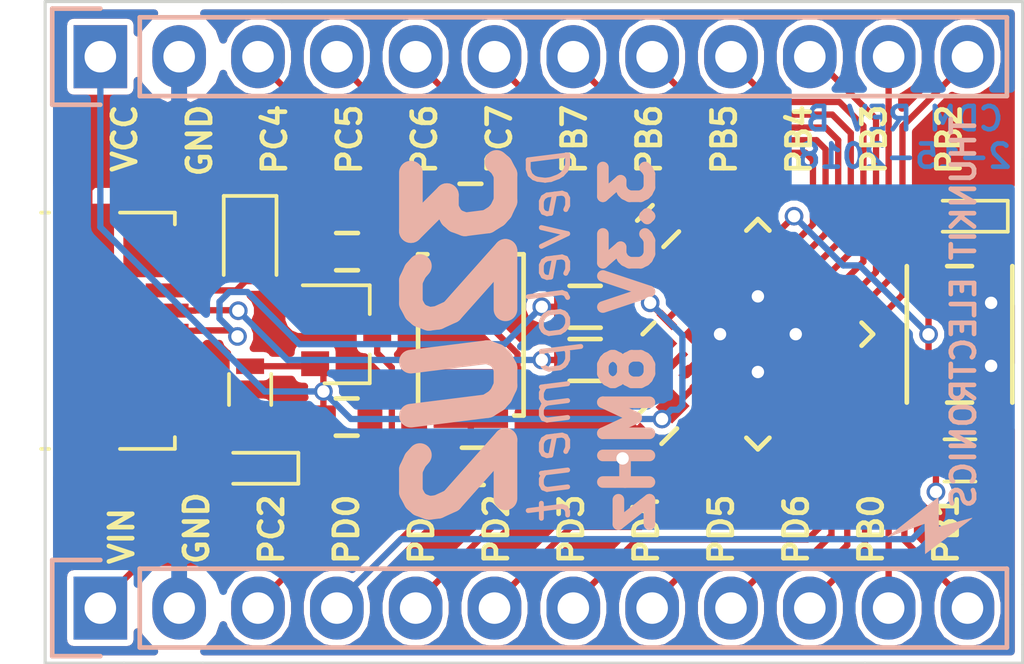
<source format=kicad_pcb>
(kicad_pcb (version 4) (host pcbnew 4.0.5+dfsg1-4)

  (general
    (links 72)
    (no_connects 0)
    (area 128.8466 89.653147 167.5874 118.023662)
    (thickness 1.6)
    (drawings 18)
    (tracks 269)
    (zones 0)
    (modules 21)
    (nets 35)
  )

  (page A4)
  (title_block
    (title "ATMEGA32U2 DEVELOPMENT")
    (date 2018-09-02)
    (rev B)
    (company "THUNKIT ELECTRONICS")
  )

  (layers
    (0 F.Cu signal)
    (31 B.Cu signal)
    (32 B.Adhes user)
    (33 F.Adhes user)
    (34 B.Paste user)
    (35 F.Paste user)
    (36 B.SilkS user)
    (37 F.SilkS user)
    (38 B.Mask user)
    (39 F.Mask user)
    (40 Dwgs.User user)
    (41 Cmts.User user)
    (42 Eco1.User user)
    (43 Eco2.User user)
    (44 Edge.Cuts user)
    (45 Margin user)
    (46 B.CrtYd user)
    (47 F.CrtYd user)
    (48 B.Fab user hide)
    (49 F.Fab user hide)
  )

  (setup
    (last_trace_width 0.2032)
    (trace_clearance 0.1524)
    (zone_clearance 0.2032)
    (zone_45_only no)
    (trace_min 0.1524)
    (segment_width 0.2)
    (edge_width 0.1)
    (via_size 0.6)
    (via_drill 0.4)
    (via_min_size 0.4)
    (via_min_drill 0.3)
    (uvia_size 0.3)
    (uvia_drill 0.1)
    (uvias_allowed no)
    (uvia_min_size 0)
    (uvia_min_drill 0)
    (pcb_text_width 0.3)
    (pcb_text_size 1.5 1.5)
    (mod_edge_width 0.15)
    (mod_text_size 1 1)
    (mod_text_width 0.15)
    (pad_size 2.375 1.9)
    (pad_drill 0)
    (pad_to_mask_clearance 0.05)
    (aux_axis_origin 0 0)
    (visible_elements FFFEFFFF)
    (pcbplotparams
      (layerselection 0x010f0_80000001)
      (usegerberextensions true)
      (excludeedgelayer true)
      (linewidth 0.100000)
      (plotframeref false)
      (viasonmask false)
      (mode 1)
      (useauxorigin false)
      (hpglpennumber 1)
      (hpglpenspeed 20)
      (hpglpendiameter 15)
      (hpglpenoverlay 2)
      (psnegative false)
      (psa4output false)
      (plotreference true)
      (plotvalue true)
      (plotinvisibletext false)
      (padsonsilk false)
      (subtractmaskfromsilk false)
      (outputformat 1)
      (mirror false)
      (drillshape 0)
      (scaleselection 1)
      (outputdirectory "ATMEGA32U2 DEV REV A GERBER"))
  )

  (net 0 "")
  (net 1 "Net-(C1-Pad1)")
  (net 2 GND)
  (net 3 "Net-(C2-Pad1)")
  (net 4 "Net-(C3-Pad2)")
  (net 5 VCC)
  (net 6 +5V)
  (net 7 "Net-(P1-Pad2)")
  (net 8 "Net-(P1-Pad3)")
  (net 9 PB3)
  (net 10 PB1)
  (net 11 PB2)
  (net 12 PC2)
  (net 13 PD0)
  (net 14 PD1)
  (net 15 PD2)
  (net 16 PD3)
  (net 17 PD4)
  (net 18 PD5)
  (net 19 PD6)
  (net 20 PB0)
  (net 21 PC4)
  (net 22 PC5)
  (net 23 PC6)
  (net 24 PC7)
  (net 25 PB7)
  (net 26 PB6)
  (net 27 PB5)
  (net 28 PB4)
  (net 29 "Net-(R1-Pad1)")
  (net 30 "Net-(R2-Pad1)")
  (net 31 "Net-(D1-Pad2)")
  (net 32 "Net-(D2-Pad2)")
  (net 33 "Net-(D3-Pad2)")
  (net 34 "Net-(SW1-Pad2)")

  (net_class Default "This is the default net class."
    (clearance 0.1524)
    (trace_width 0.2032)
    (via_dia 0.6)
    (via_drill 0.4)
    (uvia_dia 0.3)
    (uvia_drill 0.1)
    (add_net +5V)
    (add_net GND)
    (add_net "Net-(C1-Pad1)")
    (add_net "Net-(C2-Pad1)")
    (add_net "Net-(C3-Pad2)")
    (add_net "Net-(D1-Pad2)")
    (add_net "Net-(D2-Pad2)")
    (add_net "Net-(D3-Pad2)")
    (add_net "Net-(P1-Pad2)")
    (add_net "Net-(P1-Pad3)")
    (add_net "Net-(R1-Pad1)")
    (add_net "Net-(R2-Pad1)")
    (add_net "Net-(SW1-Pad2)")
    (add_net PB0)
    (add_net PB1)
    (add_net PB2)
    (add_net PB3)
    (add_net PB4)
    (add_net PB5)
    (add_net PB6)
    (add_net PB7)
    (add_net PC2)
    (add_net PC4)
    (add_net PC5)
    (add_net PC6)
    (add_net PC7)
    (add_net PD0)
    (add_net PD1)
    (add_net PD2)
    (add_net PD3)
    (add_net PD4)
    (add_net PD5)
    (add_net PD6)
    (add_net VCC)
  )

  (module Capacitors_SMD:C_0603 (layer F.Cu) (tedit 59A820D7) (tstamp 59A84119)
    (at 142.8115 106.807)
    (descr "Capacitor SMD 0603, reflow soldering, AVX (see smccp.pdf)")
    (tags "capacitor 0603")
    (path /59A5C689)
    (attr smd)
    (fp_text reference C6 (at 0 -1.9) (layer F.SilkS) hide
      (effects (font (size 1 1) (thickness 0.15)))
    )
    (fp_text value 1uF (at 0 1.9) (layer F.Fab)
      (effects (font (size 1 1) (thickness 0.15)))
    )
    (fp_line (start -0.8 0.4) (end -0.8 -0.4) (layer F.Fab) (width 0.15))
    (fp_line (start 0.8 0.4) (end -0.8 0.4) (layer F.Fab) (width 0.15))
    (fp_line (start 0.8 -0.4) (end 0.8 0.4) (layer F.Fab) (width 0.15))
    (fp_line (start -0.8 -0.4) (end 0.8 -0.4) (layer F.Fab) (width 0.15))
    (fp_line (start -1.45 -0.75) (end 1.45 -0.75) (layer F.CrtYd) (width 0.05))
    (fp_line (start -1.45 0.75) (end 1.45 0.75) (layer F.CrtYd) (width 0.05))
    (fp_line (start -1.45 -0.75) (end -1.45 0.75) (layer F.CrtYd) (width 0.05))
    (fp_line (start 1.45 -0.75) (end 1.45 0.75) (layer F.CrtYd) (width 0.05))
    (fp_line (start -0.35 -0.6) (end 0.35 -0.6) (layer F.SilkS) (width 0.15))
    (fp_line (start 0.35 0.6) (end -0.35 0.6) (layer F.SilkS) (width 0.15))
    (pad 1 smd rect (at -0.75 0) (size 0.8 0.75) (layers F.Cu F.Paste F.Mask)
      (net 5 VCC))
    (pad 2 smd rect (at 0.75 0) (size 0.8 0.75) (layers F.Cu F.Paste F.Mask)
      (net 2 GND))
    (model Capacitors_SMD.3dshapes/C_0603.wrl
      (at (xyz 0 0 0))
      (scale (xyz 1 1 1))
      (rotate (xyz 0 0 0))
    )
  )

  (module Resistors_SMD:R_0603 (layer F.Cu) (tedit 59A8211D) (tstamp 59A8410A)
    (at 150.495 103.251 180)
    (descr "Resistor SMD 0603, reflow soldering, Vishay (see dcrcw.pdf)")
    (tags "resistor 0603")
    (path /59926411)
    (attr smd)
    (fp_text reference R1 (at 0 -1.9 180) (layer F.SilkS) hide
      (effects (font (size 1 1) (thickness 0.15)))
    )
    (fp_text value 22 (at 0 1.9 180) (layer F.Fab)
      (effects (font (size 1 1) (thickness 0.15)))
    )
    (fp_line (start -0.8 0.4) (end -0.8 -0.4) (layer F.Fab) (width 0.1))
    (fp_line (start 0.8 0.4) (end -0.8 0.4) (layer F.Fab) (width 0.1))
    (fp_line (start 0.8 -0.4) (end 0.8 0.4) (layer F.Fab) (width 0.1))
    (fp_line (start -0.8 -0.4) (end 0.8 -0.4) (layer F.Fab) (width 0.1))
    (fp_line (start -1.3 -0.8) (end 1.3 -0.8) (layer F.CrtYd) (width 0.05))
    (fp_line (start -1.3 0.8) (end 1.3 0.8) (layer F.CrtYd) (width 0.05))
    (fp_line (start -1.3 -0.8) (end -1.3 0.8) (layer F.CrtYd) (width 0.05))
    (fp_line (start 1.3 -0.8) (end 1.3 0.8) (layer F.CrtYd) (width 0.05))
    (fp_line (start 0.5 0.675) (end -0.5 0.675) (layer F.SilkS) (width 0.15))
    (fp_line (start -0.5 -0.675) (end 0.5 -0.675) (layer F.SilkS) (width 0.15))
    (pad 1 smd rect (at -0.75 0 180) (size 0.5 0.9) (layers F.Cu F.Paste F.Mask)
      (net 29 "Net-(R1-Pad1)"))
    (pad 2 smd rect (at 0.75 0 180) (size 0.5 0.9) (layers F.Cu F.Paste F.Mask)
      (net 8 "Net-(P1-Pad3)"))
    (model Resistors_SMD.3dshapes/R_0603.wrl
      (at (xyz 0 0 0))
      (scale (xyz 1 1 1))
      (rotate (xyz 0 0 0))
    )
  )

  (module Resistors_SMD:R_0603 (layer F.Cu) (tedit 59A82117) (tstamp 59A840E2)
    (at 150.495 104.9655 180)
    (descr "Resistor SMD 0603, reflow soldering, Vishay (see dcrcw.pdf)")
    (tags "resistor 0603")
    (path /5992635E)
    (attr smd)
    (fp_text reference R2 (at 0 -1.9 180) (layer F.SilkS) hide
      (effects (font (size 1 1) (thickness 0.15)))
    )
    (fp_text value 22 (at 0 1.9 180) (layer F.Fab)
      (effects (font (size 1 1) (thickness 0.15)))
    )
    (fp_line (start -0.8 0.4) (end -0.8 -0.4) (layer F.Fab) (width 0.1))
    (fp_line (start 0.8 0.4) (end -0.8 0.4) (layer F.Fab) (width 0.1))
    (fp_line (start 0.8 -0.4) (end 0.8 0.4) (layer F.Fab) (width 0.1))
    (fp_line (start -0.8 -0.4) (end 0.8 -0.4) (layer F.Fab) (width 0.1))
    (fp_line (start -1.3 -0.8) (end 1.3 -0.8) (layer F.CrtYd) (width 0.05))
    (fp_line (start -1.3 0.8) (end 1.3 0.8) (layer F.CrtYd) (width 0.05))
    (fp_line (start -1.3 -0.8) (end -1.3 0.8) (layer F.CrtYd) (width 0.05))
    (fp_line (start 1.3 -0.8) (end 1.3 0.8) (layer F.CrtYd) (width 0.05))
    (fp_line (start 0.5 0.675) (end -0.5 0.675) (layer F.SilkS) (width 0.15))
    (fp_line (start -0.5 -0.675) (end 0.5 -0.675) (layer F.SilkS) (width 0.15))
    (pad 1 smd rect (at -0.75 0 180) (size 0.5 0.9) (layers F.Cu F.Paste F.Mask)
      (net 30 "Net-(R2-Pad1)"))
    (pad 2 smd rect (at 0.75 0 180) (size 0.5 0.9) (layers F.Cu F.Paste F.Mask)
      (net 7 "Net-(P1-Pad2)"))
    (model Resistors_SMD.3dshapes/R_0603.wrl
      (at (xyz 0 0 0))
      (scale (xyz 1 1 1))
      (rotate (xyz 0 0 0))
    )
  )

  (module Capacitors_SMD:C_0603 (layer F.Cu) (tedit 59A82124) (tstamp 59A840BA)
    (at 142.8235 101.473 180)
    (descr "Capacitor SMD 0603, reflow soldering, AVX (see smccp.pdf)")
    (tags "capacitor 0603")
    (path /59A5C5E6)
    (attr smd)
    (fp_text reference C5 (at 0 -1.9 180) (layer F.SilkS) hide
      (effects (font (size 1 1) (thickness 0.15)))
    )
    (fp_text value 1uF (at 0 1.9 180) (layer F.Fab)
      (effects (font (size 1 1) (thickness 0.15)))
    )
    (fp_line (start -0.8 0.4) (end -0.8 -0.4) (layer F.Fab) (width 0.15))
    (fp_line (start 0.8 0.4) (end -0.8 0.4) (layer F.Fab) (width 0.15))
    (fp_line (start 0.8 -0.4) (end 0.8 0.4) (layer F.Fab) (width 0.15))
    (fp_line (start -0.8 -0.4) (end 0.8 -0.4) (layer F.Fab) (width 0.15))
    (fp_line (start -1.45 -0.75) (end 1.45 -0.75) (layer F.CrtYd) (width 0.05))
    (fp_line (start -1.45 0.75) (end 1.45 0.75) (layer F.CrtYd) (width 0.05))
    (fp_line (start -1.45 -0.75) (end -1.45 0.75) (layer F.CrtYd) (width 0.05))
    (fp_line (start 1.45 -0.75) (end 1.45 0.75) (layer F.CrtYd) (width 0.05))
    (fp_line (start -0.35 -0.6) (end 0.35 -0.6) (layer F.SilkS) (width 0.15))
    (fp_line (start 0.35 0.6) (end -0.35 0.6) (layer F.SilkS) (width 0.15))
    (pad 1 smd rect (at -0.75 0 180) (size 0.8 0.75) (layers F.Cu F.Paste F.Mask)
      (net 6 +5V))
    (pad 2 smd rect (at 0.75 0 180) (size 0.8 0.75) (layers F.Cu F.Paste F.Mask)
      (net 2 GND))
    (model Capacitors_SMD.3dshapes/C_0603.wrl
      (at (xyz 0 0 0))
      (scale (xyz 1 1 1))
      (rotate (xyz 0 0 0))
    )
  )

  (module Capacitors_SMD:C_0603 (layer F.Cu) (tedit 59A82104) (tstamp 59A840AB)
    (at 146.8 99.8855 180)
    (descr "Capacitor SMD 0603, reflow soldering, AVX (see smccp.pdf)")
    (tags "capacitor 0603")
    (path /599267C1)
    (attr smd)
    (fp_text reference C1 (at 0 -1.9 180) (layer F.SilkS) hide
      (effects (font (size 1 1) (thickness 0.15)))
    )
    (fp_text value C (at 0 1.9 180) (layer F.Fab)
      (effects (font (size 1 1) (thickness 0.15)))
    )
    (fp_line (start -0.8 0.4) (end -0.8 -0.4) (layer F.Fab) (width 0.15))
    (fp_line (start 0.8 0.4) (end -0.8 0.4) (layer F.Fab) (width 0.15))
    (fp_line (start 0.8 -0.4) (end 0.8 0.4) (layer F.Fab) (width 0.15))
    (fp_line (start -0.8 -0.4) (end 0.8 -0.4) (layer F.Fab) (width 0.15))
    (fp_line (start -1.45 -0.75) (end 1.45 -0.75) (layer F.CrtYd) (width 0.05))
    (fp_line (start -1.45 0.75) (end 1.45 0.75) (layer F.CrtYd) (width 0.05))
    (fp_line (start -1.45 -0.75) (end -1.45 0.75) (layer F.CrtYd) (width 0.05))
    (fp_line (start 1.45 -0.75) (end 1.45 0.75) (layer F.CrtYd) (width 0.05))
    (fp_line (start -0.35 -0.6) (end 0.35 -0.6) (layer F.SilkS) (width 0.15))
    (fp_line (start 0.35 0.6) (end -0.35 0.6) (layer F.SilkS) (width 0.15))
    (pad 1 smd rect (at -0.75 0 180) (size 0.8 0.75) (layers F.Cu F.Paste F.Mask)
      (net 1 "Net-(C1-Pad1)"))
    (pad 2 smd rect (at 0.75 0 180) (size 0.8 0.75) (layers F.Cu F.Paste F.Mask)
      (net 2 GND))
    (model Capacitors_SMD.3dshapes/C_0603.wrl
      (at (xyz 0 0 0))
      (scale (xyz 1 1 1))
      (rotate (xyz 0 0 0))
    )
  )

  (module Capacitors_SMD:C_0603 (layer F.Cu) (tedit 59A82110) (tstamp 59A8409C)
    (at 146.8755 108.3945 180)
    (descr "Capacitor SMD 0603, reflow soldering, AVX (see smccp.pdf)")
    (tags "capacitor 0603")
    (path /5992679C)
    (attr smd)
    (fp_text reference C2 (at 0 -1.9 180) (layer F.SilkS) hide
      (effects (font (size 1 1) (thickness 0.15)))
    )
    (fp_text value C (at 0 1.9 180) (layer F.Fab)
      (effects (font (size 1 1) (thickness 0.15)))
    )
    (fp_line (start -0.8 0.4) (end -0.8 -0.4) (layer F.Fab) (width 0.15))
    (fp_line (start 0.8 0.4) (end -0.8 0.4) (layer F.Fab) (width 0.15))
    (fp_line (start 0.8 -0.4) (end 0.8 0.4) (layer F.Fab) (width 0.15))
    (fp_line (start -0.8 -0.4) (end 0.8 -0.4) (layer F.Fab) (width 0.15))
    (fp_line (start -1.45 -0.75) (end 1.45 -0.75) (layer F.CrtYd) (width 0.05))
    (fp_line (start -1.45 0.75) (end 1.45 0.75) (layer F.CrtYd) (width 0.05))
    (fp_line (start -1.45 -0.75) (end -1.45 0.75) (layer F.CrtYd) (width 0.05))
    (fp_line (start 1.45 -0.75) (end 1.45 0.75) (layer F.CrtYd) (width 0.05))
    (fp_line (start -0.35 -0.6) (end 0.35 -0.6) (layer F.SilkS) (width 0.15))
    (fp_line (start 0.35 0.6) (end -0.35 0.6) (layer F.SilkS) (width 0.15))
    (pad 1 smd rect (at -0.75 0 180) (size 0.8 0.75) (layers F.Cu F.Paste F.Mask)
      (net 3 "Net-(C2-Pad1)"))
    (pad 2 smd rect (at 0.75 0 180) (size 0.8 0.75) (layers F.Cu F.Paste F.Mask)
      (net 2 GND))
    (model Capacitors_SMD.3dshapes/C_0603.wrl
      (at (xyz 0 0 0))
      (scale (xyz 1 1 1))
      (rotate (xyz 0 0 0))
    )
  )

  (module Crystals:ABM3 (layer F.Cu) (tedit 59A8210A) (tstamp 59A84064)
    (at 146.812 104.158 270)
    (descr "Abracon Miniature Ceramic Smd Crystal http://www.abracon.com/Resonators/abm3.pdf")
    (tags "smd crystal")
    (path /59A5A996)
    (attr smd)
    (fp_text reference Y1 (at 0 -3 270) (layer F.SilkS) hide
      (effects (font (size 1 1) (thickness 0.15)))
    )
    (fp_text value 8MHz (at 0 3 270) (layer F.Fab)
      (effects (font (size 1 1) (thickness 0.15)))
    )
    (fp_line (start -3.5 2.1) (end -3.5 -2.1) (layer F.CrtYd) (width 0.05))
    (fp_line (start 3.5 2.1) (end -3.5 2.1) (layer F.CrtYd) (width 0.05))
    (fp_line (start 3.5 -2.1) (end 3.5 2.1) (layer F.CrtYd) (width 0.05))
    (fp_line (start -3.5 -2.1) (end 3.5 -2.1) (layer F.CrtYd) (width 0.05))
    (fp_line (start 2.6 1.7) (end 2.6 1.4) (layer F.SilkS) (width 0.15))
    (fp_line (start -2.6 1.7) (end -2.6 1.4) (layer F.SilkS) (width 0.15))
    (fp_line (start -2.6 -1.7) (end -2.6 -1.4) (layer F.SilkS) (width 0.15))
    (fp_line (start 2.6 -1.7) (end 2.6 -1.4) (layer F.SilkS) (width 0.15))
    (fp_line (start -2.6 -1.7) (end 2.6 -1.7) (layer F.SilkS) (width 0.15))
    (fp_line (start -2.6 1.7) (end 2.6 1.7) (layer F.SilkS) (width 0.15))
    (pad 2 smd rect (at 2.05 0 270) (size 1.9 2.4) (layers F.Cu F.Paste F.Mask)
      (net 3 "Net-(C2-Pad1)"))
    (pad 1 smd rect (at -2.05 0 270) (size 1.9 2.4) (layers F.Cu F.Paste F.Mask)
      (net 1 "Net-(C1-Pad1)"))
  )

  (module Capacitors_SMD:C_0603 (layer F.Cu) (tedit 59A820EB) (tstamp 59A84055)
    (at 152.781 106.9975 45)
    (descr "Capacitor SMD 0603, reflow soldering, AVX (see smccp.pdf)")
    (tags "capacitor 0603")
    (path /59926115)
    (attr smd)
    (fp_text reference C4 (at 0 -1.9 45) (layer F.SilkS) hide
      (effects (font (size 1 1) (thickness 0.15)))
    )
    (fp_text value 1uF (at 0 1.9 45) (layer F.Fab)
      (effects (font (size 1 1) (thickness 0.15)))
    )
    (fp_line (start -0.8 0.4) (end -0.8 -0.4) (layer F.Fab) (width 0.15))
    (fp_line (start 0.8 0.4) (end -0.8 0.4) (layer F.Fab) (width 0.15))
    (fp_line (start 0.8 -0.4) (end 0.8 0.4) (layer F.Fab) (width 0.15))
    (fp_line (start -0.8 -0.4) (end 0.8 -0.4) (layer F.Fab) (width 0.15))
    (fp_line (start -1.45 -0.75) (end 1.45 -0.75) (layer F.CrtYd) (width 0.05))
    (fp_line (start -1.45 0.75) (end 1.45 0.75) (layer F.CrtYd) (width 0.05))
    (fp_line (start -1.45 -0.75) (end -1.45 0.75) (layer F.CrtYd) (width 0.05))
    (fp_line (start 1.45 -0.75) (end 1.45 0.75) (layer F.CrtYd) (width 0.05))
    (fp_line (start -0.35 -0.6) (end 0.35 -0.6) (layer F.SilkS) (width 0.15))
    (fp_line (start 0.35 0.6) (end -0.35 0.6) (layer F.SilkS) (width 0.15))
    (pad 1 smd rect (at -0.75 0 45) (size 0.8 0.75) (layers F.Cu F.Paste F.Mask)
      (net 2 GND))
    (pad 2 smd rect (at 0.75 0 45) (size 0.8 0.75) (layers F.Cu F.Paste F.Mask)
      (net 5 VCC))
    (model Capacitors_SMD.3dshapes/C_0603.wrl
      (at (xyz 0 0 0))
      (scale (xyz 1 1 1))
      (rotate (xyz 0 0 0))
    )
  )

  (module Housings_DFN_QFN:QFN-32-1EP_5x5mm_Pitch0.5mm (layer F.Cu) (tedit 59A82CEF) (tstamp 59A8401E)
    (at 156.06132 104.134233 45)
    (descr "UH Package; 32-Lead Plastic QFN (5mm x 5mm); (see Linear Technology QFN_32_05-08-1693.pdf)")
    (tags "QFN 0.5")
    (path /5990A9F3)
    (attr smd)
    (fp_text reference U1 (at 0 -3.75 45) (layer F.SilkS) hide
      (effects (font (size 1 1) (thickness 0.15)))
    )
    (fp_text value ATMEGA32U2 (at 0 3.75 45) (layer F.Fab)
      (effects (font (size 1 1) (thickness 0.15)))
    )
    (fp_line (start -1.5 -2.5) (end 2.5 -2.5) (layer F.Fab) (width 0.15))
    (fp_line (start 2.5 -2.5) (end 2.5 2.5) (layer F.Fab) (width 0.15))
    (fp_line (start 2.5 2.5) (end -2.5 2.5) (layer F.Fab) (width 0.15))
    (fp_line (start -2.5 2.5) (end -2.5 -1.5) (layer F.Fab) (width 0.15))
    (fp_line (start -2.5 -1.5) (end -1.5 -2.5) (layer F.Fab) (width 0.15))
    (fp_line (start -3 -3) (end -3 3) (layer F.CrtYd) (width 0.05))
    (fp_line (start 3 -3) (end 3 3) (layer F.CrtYd) (width 0.05))
    (fp_line (start -3 -3) (end 3 -3) (layer F.CrtYd) (width 0.05))
    (fp_line (start -3 3) (end 3 3) (layer F.CrtYd) (width 0.05))
    (fp_line (start 2.625 -2.625) (end 2.625 -2.1) (layer F.SilkS) (width 0.15))
    (fp_line (start -2.625 2.625) (end -2.625 2.1) (layer F.SilkS) (width 0.15))
    (fp_line (start 2.625 2.625) (end 2.625 2.1) (layer F.SilkS) (width 0.15))
    (fp_line (start -2.625 -2.625) (end -2.1 -2.625) (layer F.SilkS) (width 0.15))
    (fp_line (start -2.625 2.625) (end -2.1 2.625) (layer F.SilkS) (width 0.15))
    (fp_line (start 2.625 2.625) (end 2.1 2.625) (layer F.SilkS) (width 0.15))
    (fp_line (start 2.625 -2.625) (end 2.1 -2.625) (layer F.SilkS) (width 0.15))
    (pad 1 smd rect (at -2.4 -1.75 45) (size 0.7 0.25) (layers F.Cu F.Paste F.Mask)
      (net 1 "Net-(C1-Pad1)"))
    (pad 2 smd rect (at -2.4 -1.25 45) (size 0.7 0.25) (layers F.Cu F.Paste F.Mask)
      (net 3 "Net-(C2-Pad1)"))
    (pad 3 smd rect (at -2.4 -0.75 45) (size 0.7 0.25) (layers F.Cu F.Paste F.Mask)
      (net 2 GND))
    (pad 4 smd rect (at -2.4 -0.25 45) (size 0.7 0.25) (layers F.Cu F.Paste F.Mask)
      (net 5 VCC))
    (pad 5 smd rect (at -2.4 0.25 45) (size 0.7 0.25) (layers F.Cu F.Paste F.Mask)
      (net 12 PC2))
    (pad 6 smd rect (at -2.4 0.75 45) (size 0.7 0.25) (layers F.Cu F.Paste F.Mask)
      (net 13 PD0))
    (pad 7 smd rect (at -2.4 1.25 45) (size 0.7 0.25) (layers F.Cu F.Paste F.Mask)
      (net 14 PD1))
    (pad 8 smd rect (at -2.4 1.75 45) (size 0.7 0.25) (layers F.Cu F.Paste F.Mask)
      (net 15 PD2))
    (pad 9 smd rect (at -1.75 2.4 135) (size 0.7 0.25) (layers F.Cu F.Paste F.Mask)
      (net 16 PD3))
    (pad 10 smd rect (at -1.25 2.4 135) (size 0.7 0.25) (layers F.Cu F.Paste F.Mask)
      (net 17 PD4))
    (pad 11 smd rect (at -0.75 2.4 135) (size 0.7 0.25) (layers F.Cu F.Paste F.Mask)
      (net 18 PD5))
    (pad 12 smd rect (at -0.25 2.4 135) (size 0.7 0.25) (layers F.Cu F.Paste F.Mask)
      (net 19 PD6))
    (pad 13 smd rect (at 0.25 2.4 135) (size 0.7 0.25) (layers F.Cu F.Paste F.Mask)
      (net 2 GND))
    (pad 14 smd rect (at 0.75 2.4 135) (size 0.7 0.25) (layers F.Cu F.Paste F.Mask)
      (net 20 PB0))
    (pad 15 smd rect (at 1.25 2.4 135) (size 0.7 0.25) (layers F.Cu F.Paste F.Mask)
      (net 10 PB1))
    (pad 16 smd rect (at 1.75 2.4 135) (size 0.7 0.25) (layers F.Cu F.Paste F.Mask)
      (net 11 PB2))
    (pad 17 smd rect (at 2.4 1.75 45) (size 0.7 0.25) (layers F.Cu F.Paste F.Mask)
      (net 9 PB3))
    (pad 18 smd rect (at 2.4 1.25 45) (size 0.7 0.25) (layers F.Cu F.Paste F.Mask)
      (net 28 PB4))
    (pad 19 smd rect (at 2.4 0.75 45) (size 0.7 0.25) (layers F.Cu F.Paste F.Mask)
      (net 27 PB5))
    (pad 20 smd rect (at 2.4 0.25 45) (size 0.7 0.25) (layers F.Cu F.Paste F.Mask)
      (net 26 PB6))
    (pad 21 smd rect (at 2.4 -0.25 45) (size 0.7 0.25) (layers F.Cu F.Paste F.Mask)
      (net 25 PB7))
    (pad 22 smd rect (at 2.4 -0.75 45) (size 0.7 0.25) (layers F.Cu F.Paste F.Mask)
      (net 24 PC7))
    (pad 23 smd rect (at 2.4 -1.25 45) (size 0.7 0.25) (layers F.Cu F.Paste F.Mask)
      (net 23 PC6))
    (pad 24 smd rect (at 2.4 -1.75 45) (size 0.7 0.25) (layers F.Cu F.Paste F.Mask)
      (net 34 "Net-(SW1-Pad2)"))
    (pad 25 smd rect (at 1.75 -2.4 135) (size 0.7 0.25) (layers F.Cu F.Paste F.Mask)
      (net 22 PC5))
    (pad 26 smd rect (at 1.25 -2.4 135) (size 0.7 0.25) (layers F.Cu F.Paste F.Mask)
      (net 21 PC4))
    (pad 27 smd rect (at 0.75 -2.4 135) (size 0.7 0.25) (layers F.Cu F.Paste F.Mask)
      (net 4 "Net-(C3-Pad2)"))
    (pad 28 smd rect (at 0.25 -2.4 135) (size 0.7 0.25) (layers F.Cu F.Paste F.Mask)
      (net 2 GND))
    (pad 29 smd rect (at -0.25 -2.4 135) (size 0.7 0.25) (layers F.Cu F.Paste F.Mask)
      (net 29 "Net-(R1-Pad1)"))
    (pad 30 smd rect (at -0.75 -2.4 135) (size 0.7 0.25) (layers F.Cu F.Paste F.Mask)
      (net 30 "Net-(R2-Pad1)"))
    (pad 31 smd rect (at -1.25 -2.4 135) (size 0.7 0.25) (layers F.Cu F.Paste F.Mask)
      (net 5 VCC))
    (pad 32 smd rect (at -1.75 -2.4 135) (size 0.7 0.25) (layers F.Cu F.Paste F.Mask)
      (net 5 VCC))
    (pad 3 smd rect (at 0.8625 0.8625 45) (size 1.725 1.725) (layers F.Cu F.Paste F.Mask)
      (net 2 GND) (solder_paste_margin_ratio -0.2))
    (pad 3 smd rect (at 0.8625 -0.8625 45) (size 1.725 1.725) (layers F.Cu F.Paste F.Mask)
      (net 2 GND) (solder_paste_margin_ratio -0.2))
    (pad 3 smd rect (at -0.8625 0.8625 45) (size 1.725 1.725) (layers F.Cu F.Paste F.Mask)
      (net 2 GND) (solder_paste_margin_ratio -0.2))
    (pad 3 smd rect (at -0.8625 -0.8625 45) (size 1.725 1.725) (layers F.Cu F.Paste F.Mask)
      (net 2 GND) (solder_paste_margin_ratio -0.2))
    (model Housings_DFN_QFN.3dshapes/QFN-32-1EP_5x5mm_Pitch0.5mm.wrl
      (at (xyz 0 0 0))
      (scale (xyz 1 1 1))
      (rotate (xyz 0 0 0))
    )
  )

  (module Capacitors_SMD:C_0603 (layer F.Cu) (tedit 59A820F1) (tstamp 59A8400F)
    (at 152.8445 100.6475 45)
    (descr "Capacitor SMD 0603, reflow soldering, AVX (see smccp.pdf)")
    (tags "capacitor 0603")
    (path /59926623)
    (attr smd)
    (fp_text reference C3 (at 0 -1.9 45) (layer F.SilkS) hide
      (effects (font (size 1 1) (thickness 0.15)))
    )
    (fp_text value C (at 0 1.9 45) (layer F.Fab)
      (effects (font (size 1 1) (thickness 0.15)))
    )
    (fp_line (start -0.8 0.4) (end -0.8 -0.4) (layer F.Fab) (width 0.15))
    (fp_line (start 0.8 0.4) (end -0.8 0.4) (layer F.Fab) (width 0.15))
    (fp_line (start 0.8 -0.4) (end 0.8 0.4) (layer F.Fab) (width 0.15))
    (fp_line (start -0.8 -0.4) (end 0.8 -0.4) (layer F.Fab) (width 0.15))
    (fp_line (start -1.45 -0.75) (end 1.45 -0.75) (layer F.CrtYd) (width 0.05))
    (fp_line (start -1.45 0.75) (end 1.45 0.75) (layer F.CrtYd) (width 0.05))
    (fp_line (start -1.45 -0.75) (end -1.45 0.75) (layer F.CrtYd) (width 0.05))
    (fp_line (start 1.45 -0.75) (end 1.45 0.75) (layer F.CrtYd) (width 0.05))
    (fp_line (start -0.35 -0.6) (end 0.35 -0.6) (layer F.SilkS) (width 0.15))
    (fp_line (start 0.35 0.6) (end -0.35 0.6) (layer F.SilkS) (width 0.15))
    (pad 1 smd rect (at -0.75 0 45) (size 0.8 0.75) (layers F.Cu F.Paste F.Mask)
      (net 2 GND))
    (pad 2 smd rect (at 0.75 0 45) (size 0.8 0.75) (layers F.Cu F.Paste F.Mask)
      (net 4 "Net-(C3-Pad2)"))
    (model Capacitors_SMD.3dshapes/C_0603.wrl
      (at (xyz 0 0 0))
      (scale (xyz 1 1 1))
      (rotate (xyz 0 0 0))
    )
  )

  (module Pin_Headers:Pin_Header_Straight_1x12 (layer B.Cu) (tedit 59BF2F45) (tstamp 59BF22A2)
    (at 134.874 95.1865 270)
    (descr "Through hole pin header")
    (tags "pin header")
    (path /59A88632)
    (fp_text reference P3 (at 0 5.1 270) (layer B.SilkS) hide
      (effects (font (size 1 1) (thickness 0.15)) (justify mirror))
    )
    (fp_text value "HEADER RIGHT" (at 0 3.1 270) (layer B.Fab)
      (effects (font (size 1 1) (thickness 0.15)) (justify mirror))
    )
    (fp_line (start -1.75 1.75) (end -1.75 -29.7) (layer B.CrtYd) (width 0.05))
    (fp_line (start 1.75 1.75) (end 1.75 -29.7) (layer B.CrtYd) (width 0.05))
    (fp_line (start -1.75 1.75) (end 1.75 1.75) (layer B.CrtYd) (width 0.05))
    (fp_line (start -1.75 -29.7) (end 1.75 -29.7) (layer B.CrtYd) (width 0.05))
    (fp_line (start 1.27 -1.27) (end 1.27 -29.21) (layer B.SilkS) (width 0.15))
    (fp_line (start 1.27 -29.21) (end -1.27 -29.21) (layer B.SilkS) (width 0.15))
    (fp_line (start -1.27 -29.21) (end -1.27 -1.27) (layer B.SilkS) (width 0.15))
    (fp_line (start 1.55 1.55) (end 1.55 0) (layer B.SilkS) (width 0.15))
    (fp_line (start 1.27 -1.27) (end -1.27 -1.27) (layer B.SilkS) (width 0.15))
    (fp_line (start -1.55 0) (end -1.55 1.55) (layer B.SilkS) (width 0.15))
    (fp_line (start -1.55 1.55) (end 1.55 1.55) (layer B.SilkS) (width 0.15))
    (pad 1 thru_hole rect (at 0 0 270) (size 2.032 1.7272) (drill 1.016) (layers *.Cu *.Mask)
      (net 5 VCC))
    (pad 2 thru_hole oval (at 0 -2.54 270) (size 2.032 1.7272) (drill 1.016) (layers *.Cu *.Mask)
      (net 2 GND))
    (pad 3 thru_hole oval (at 0 -5.08 270) (size 2.032 1.7272) (drill 1.016) (layers *.Cu *.Mask)
      (net 21 PC4))
    (pad 4 thru_hole oval (at 0 -7.62 270) (size 2.032 1.7272) (drill 1.016) (layers *.Cu *.Mask)
      (net 22 PC5))
    (pad 5 thru_hole oval (at 0 -10.16 270) (size 2.032 1.7272) (drill 1.016) (layers *.Cu *.Mask)
      (net 23 PC6))
    (pad 6 thru_hole oval (at 0 -12.7 270) (size 2.032 1.7272) (drill 1.016) (layers *.Cu *.Mask)
      (net 24 PC7))
    (pad 7 thru_hole oval (at 0 -15.24 270) (size 2.032 1.7272) (drill 1.016) (layers *.Cu *.Mask)
      (net 25 PB7))
    (pad 8 thru_hole oval (at 0 -17.78 270) (size 2.032 1.7272) (drill 1.016) (layers *.Cu *.Mask)
      (net 26 PB6))
    (pad 9 thru_hole oval (at 0 -20.32 270) (size 2.032 1.7272) (drill 1.016) (layers *.Cu *.Mask)
      (net 27 PB5))
    (pad 10 thru_hole oval (at 0 -22.86 270) (size 2.032 1.7272) (drill 1.016) (layers *.Cu *.Mask)
      (net 28 PB4))
    (pad 11 thru_hole oval (at 0 -25.4 270) (size 2.032 1.7272) (drill 1.016) (layers *.Cu *.Mask)
      (net 9 PB3))
    (pad 12 thru_hole oval (at 0 -27.94 270) (size 2.032 1.7272) (drill 1.016) (layers *.Cu *.Mask)
      (net 11 PB2))
    (model Pin_Headers.3dshapes/Pin_Header_Straight_1x12.wrl
      (at (xyz 0 -0.55 0))
      (scale (xyz 1 1 1))
      (rotate (xyz 0 0 90))
    )
  )

  (module Pin_Headers:Pin_Header_Straight_1x12 (layer B.Cu) (tedit 59BF2F42) (tstamp 59BF22B2)
    (at 134.874 112.9665 270)
    (descr "Through hole pin header")
    (tags "pin header")
    (path /59A88745)
    (fp_text reference P4 (at 0 5.1 270) (layer B.SilkS) hide
      (effects (font (size 1 1) (thickness 0.15)) (justify mirror))
    )
    (fp_text value "HEADER LEFT" (at 0 3.1 270) (layer B.Fab)
      (effects (font (size 1 1) (thickness 0.15)) (justify mirror))
    )
    (fp_line (start -1.75 1.75) (end -1.75 -29.7) (layer B.CrtYd) (width 0.05))
    (fp_line (start 1.75 1.75) (end 1.75 -29.7) (layer B.CrtYd) (width 0.05))
    (fp_line (start -1.75 1.75) (end 1.75 1.75) (layer B.CrtYd) (width 0.05))
    (fp_line (start -1.75 -29.7) (end 1.75 -29.7) (layer B.CrtYd) (width 0.05))
    (fp_line (start 1.27 -1.27) (end 1.27 -29.21) (layer B.SilkS) (width 0.15))
    (fp_line (start 1.27 -29.21) (end -1.27 -29.21) (layer B.SilkS) (width 0.15))
    (fp_line (start -1.27 -29.21) (end -1.27 -1.27) (layer B.SilkS) (width 0.15))
    (fp_line (start 1.55 1.55) (end 1.55 0) (layer B.SilkS) (width 0.15))
    (fp_line (start 1.27 -1.27) (end -1.27 -1.27) (layer B.SilkS) (width 0.15))
    (fp_line (start -1.55 0) (end -1.55 1.55) (layer B.SilkS) (width 0.15))
    (fp_line (start -1.55 1.55) (end 1.55 1.55) (layer B.SilkS) (width 0.15))
    (pad 1 thru_hole rect (at 0 0 270) (size 2.032 1.7272) (drill 1.016) (layers *.Cu *.Mask)
      (net 6 +5V))
    (pad 2 thru_hole oval (at 0 -2.54 270) (size 2.032 1.7272) (drill 1.016) (layers *.Cu *.Mask)
      (net 2 GND))
    (pad 3 thru_hole oval (at 0 -5.08 270) (size 2.032 1.7272) (drill 1.016) (layers *.Cu *.Mask)
      (net 12 PC2))
    (pad 4 thru_hole oval (at 0 -7.62 270) (size 2.032 1.7272) (drill 1.016) (layers *.Cu *.Mask)
      (net 13 PD0))
    (pad 5 thru_hole oval (at 0 -10.16 270) (size 2.032 1.7272) (drill 1.016) (layers *.Cu *.Mask)
      (net 14 PD1))
    (pad 6 thru_hole oval (at 0 -12.7 270) (size 2.032 1.7272) (drill 1.016) (layers *.Cu *.Mask)
      (net 15 PD2))
    (pad 7 thru_hole oval (at 0 -15.24 270) (size 2.032 1.7272) (drill 1.016) (layers *.Cu *.Mask)
      (net 16 PD3))
    (pad 8 thru_hole oval (at 0 -17.78 270) (size 2.032 1.7272) (drill 1.016) (layers *.Cu *.Mask)
      (net 17 PD4))
    (pad 9 thru_hole oval (at 0 -20.32 270) (size 2.032 1.7272) (drill 1.016) (layers *.Cu *.Mask)
      (net 18 PD5))
    (pad 10 thru_hole oval (at 0 -22.86 270) (size 2.032 1.7272) (drill 1.016) (layers *.Cu *.Mask)
      (net 19 PD6))
    (pad 11 thru_hole oval (at 0 -25.4 270) (size 2.032 1.7272) (drill 1.016) (layers *.Cu *.Mask)
      (net 20 PB0))
    (pad 12 thru_hole oval (at 0 -27.94 270) (size 2.032 1.7272) (drill 1.016) (layers *.Cu *.Mask)
      (net 10 PB1))
    (model Pin_Headers.3dshapes/Pin_Header_Straight_1x12.wrl
      (at (xyz 0 -0.55 0))
      (scale (xyz 1 1 1))
      (rotate (xyz 0 0 90))
    )
  )

  (module TO_SOT_Packages_SMD:SOT-23 (layer F.Cu) (tedit 59BF2AC1) (tstamp 59BF2ACC)
    (at 142.7955 104.1375)
    (descr "SOT-23, Standard")
    (tags SOT-23)
    (path /59BF31D0)
    (attr smd)
    (fp_text reference U2 (at 0 -2.5) (layer F.SilkS) hide
      (effects (font (size 1 1) (thickness 0.15)))
    )
    (fp_text value AP1117 (at 0 2.5) (layer F.Fab)
      (effects (font (size 1 1) (thickness 0.15)))
    )
    (fp_line (start 0.76 1.58) (end 0.76 0.65) (layer F.SilkS) (width 0.12))
    (fp_line (start 0.76 -1.58) (end 0.76 -0.65) (layer F.SilkS) (width 0.12))
    (fp_line (start 0.7 -1.52) (end 0.7 1.52) (layer F.Fab) (width 0.15))
    (fp_line (start -0.7 1.52) (end 0.7 1.52) (layer F.Fab) (width 0.15))
    (fp_line (start -1.7 -1.75) (end 1.7 -1.75) (layer F.CrtYd) (width 0.05))
    (fp_line (start 1.7 -1.75) (end 1.7 1.75) (layer F.CrtYd) (width 0.05))
    (fp_line (start 1.7 1.75) (end -1.7 1.75) (layer F.CrtYd) (width 0.05))
    (fp_line (start -1.7 1.75) (end -1.7 -1.75) (layer F.CrtYd) (width 0.05))
    (fp_line (start 0.76 -1.58) (end -1.4 -1.58) (layer F.SilkS) (width 0.12))
    (fp_line (start -0.7 -1.52) (end 0.7 -1.52) (layer F.Fab) (width 0.15))
    (fp_line (start -0.7 -1.52) (end -0.7 1.52) (layer F.Fab) (width 0.15))
    (fp_line (start 0.76 1.58) (end -0.7 1.58) (layer F.SilkS) (width 0.12))
    (pad 1 smd rect (at -1 -0.95) (size 0.9 0.8) (layers F.Cu F.Paste F.Mask)
      (net 2 GND))
    (pad 2 smd rect (at -1 0.95) (size 0.9 0.8) (layers F.Cu F.Paste F.Mask)
      (net 5 VCC))
    (pad 3 smd rect (at 1 0) (size 0.9 0.8) (layers F.Cu F.Paste F.Mask)
      (net 6 +5V))
    (model TO_SOT_Packages_SMD.3dshapes/SOT-23.wrl
      (at (xyz 0 0 0))
      (scale (xyz 1 1 1))
      (rotate (xyz 0 0 90))
    )
  )

  (module Diodes_SMD:D_SOD-323F (layer F.Cu) (tedit 5A862B23) (tstamp 5A862B35)
    (at 139.7 101.175999 270)
    (descr "SOD-323F http://www.nxp.com/documents/outline_drawing/SOD323F.pdf")
    (tags SOD-323F)
    (path /5A8624C9)
    (attr smd)
    (fp_text reference D1 (at 0 -1.85 270) (layer F.SilkS) hide
      (effects (font (size 1 1) (thickness 0.15)))
    )
    (fp_text value D_Schottky (at 0.1 1.9 270) (layer F.Fab)
      (effects (font (size 1 1) (thickness 0.15)))
    )
    (fp_text user %R (at 0 -1.85 270) (layer F.Fab)
      (effects (font (size 1 1) (thickness 0.15)))
    )
    (fp_line (start -1.5 -0.85) (end -1.5 0.85) (layer F.SilkS) (width 0.12))
    (fp_line (start 0.2 0) (end 0.45 0) (layer F.Fab) (width 0.1))
    (fp_line (start 0.2 0.35) (end -0.3 0) (layer F.Fab) (width 0.1))
    (fp_line (start 0.2 -0.35) (end 0.2 0.35) (layer F.Fab) (width 0.1))
    (fp_line (start -0.3 0) (end 0.2 -0.35) (layer F.Fab) (width 0.1))
    (fp_line (start -0.3 0) (end -0.5 0) (layer F.Fab) (width 0.1))
    (fp_line (start -0.3 -0.35) (end -0.3 0.35) (layer F.Fab) (width 0.1))
    (fp_line (start -0.9 0.7) (end -0.9 -0.7) (layer F.Fab) (width 0.1))
    (fp_line (start 0.9 0.7) (end -0.9 0.7) (layer F.Fab) (width 0.1))
    (fp_line (start 0.9 -0.7) (end 0.9 0.7) (layer F.Fab) (width 0.1))
    (fp_line (start -0.9 -0.7) (end 0.9 -0.7) (layer F.Fab) (width 0.1))
    (fp_line (start -1.6 -0.95) (end 1.6 -0.95) (layer F.CrtYd) (width 0.05))
    (fp_line (start 1.6 -0.95) (end 1.6 0.95) (layer F.CrtYd) (width 0.05))
    (fp_line (start -1.6 0.95) (end 1.6 0.95) (layer F.CrtYd) (width 0.05))
    (fp_line (start -1.6 -0.95) (end -1.6 0.95) (layer F.CrtYd) (width 0.05))
    (fp_line (start -1.5 0.85) (end 1.05 0.85) (layer F.SilkS) (width 0.12))
    (fp_line (start -1.5 -0.85) (end 1.05 -0.85) (layer F.SilkS) (width 0.12))
    (pad 1 smd rect (at -1.1 0 270) (size 0.5 0.5) (layers F.Cu F.Paste F.Mask)
      (net 6 +5V))
    (pad 2 smd rect (at 1.1 0 270) (size 0.5 0.5) (layers F.Cu F.Paste F.Mask)
      (net 31 "Net-(D1-Pad2)"))
    (model ${KISYS3DMOD}/Diodes_SMD.3dshapes/D_SOD-323F.wrl
      (at (xyz 0 0 0))
      (scale (xyz 1 1 1))
      (rotate (xyz 0 0 0))
    )
  )

  (module LEDs:LED_0603 (layer F.Cu) (tedit 5A862B0B) (tstamp 5A862B3B)
    (at 162.814 100.33 180)
    (descr "LED 0603 smd package")
    (tags "LED led 0603 SMD smd SMT smt smdled SMDLED smtled SMTLED")
    (path /5A862E05)
    (attr smd)
    (fp_text reference D2 (at 0 -1.25 180) (layer F.SilkS) hide
      (effects (font (size 1 1) (thickness 0.15)))
    )
    (fp_text value RED (at 0 1.35 180) (layer F.Fab)
      (effects (font (size 1 1) (thickness 0.15)))
    )
    (fp_line (start -1.3 -0.5) (end -1.3 0.5) (layer F.SilkS) (width 0.12))
    (fp_line (start -0.2 -0.2) (end -0.2 0.2) (layer F.Fab) (width 0.1))
    (fp_line (start -0.15 0) (end 0.15 -0.2) (layer F.Fab) (width 0.1))
    (fp_line (start 0.15 0.2) (end -0.15 0) (layer F.Fab) (width 0.1))
    (fp_line (start 0.15 -0.2) (end 0.15 0.2) (layer F.Fab) (width 0.1))
    (fp_line (start 0.8 0.4) (end -0.8 0.4) (layer F.Fab) (width 0.1))
    (fp_line (start 0.8 -0.4) (end 0.8 0.4) (layer F.Fab) (width 0.1))
    (fp_line (start -0.8 -0.4) (end 0.8 -0.4) (layer F.Fab) (width 0.1))
    (fp_line (start -0.8 0.4) (end -0.8 -0.4) (layer F.Fab) (width 0.1))
    (fp_line (start -1.3 0.5) (end 0.8 0.5) (layer F.SilkS) (width 0.12))
    (fp_line (start -1.3 -0.5) (end 0.8 -0.5) (layer F.SilkS) (width 0.12))
    (fp_line (start 1.45 -0.65) (end 1.45 0.65) (layer F.CrtYd) (width 0.05))
    (fp_line (start 1.45 0.65) (end -1.45 0.65) (layer F.CrtYd) (width 0.05))
    (fp_line (start -1.45 0.65) (end -1.45 -0.65) (layer F.CrtYd) (width 0.05))
    (fp_line (start -1.45 -0.65) (end 1.45 -0.65) (layer F.CrtYd) (width 0.05))
    (pad 2 smd rect (at 0.8 0) (size 0.8 0.8) (layers F.Cu F.Paste F.Mask)
      (net 32 "Net-(D2-Pad2)"))
    (pad 1 smd rect (at -0.8 0) (size 0.8 0.8) (layers F.Cu F.Paste F.Mask)
      (net 2 GND))
    (model ${KISYS3DMOD}/LEDs.3dshapes/LED_0603.wrl
      (at (xyz 0 0 0))
      (scale (xyz 1 1 1))
      (rotate (xyz 0 0 180))
    )
  )

  (module LEDs:LED_0603 (layer F.Cu) (tedit 5A862B35) (tstamp 5A862B41)
    (at 139.954 108.458 180)
    (descr "LED 0603 smd package")
    (tags "LED led 0603 SMD smd SMT smt smdled SMDLED smtled SMTLED")
    (path /5A8634F2)
    (attr smd)
    (fp_text reference D3 (at 0 -1.25 180) (layer F.SilkS) hide
      (effects (font (size 1 1) (thickness 0.15)))
    )
    (fp_text value RED (at 0 1.35 180) (layer F.Fab)
      (effects (font (size 1 1) (thickness 0.15)))
    )
    (fp_line (start -1.3 -0.5) (end -1.3 0.5) (layer F.SilkS) (width 0.12))
    (fp_line (start -0.2 -0.2) (end -0.2 0.2) (layer F.Fab) (width 0.1))
    (fp_line (start -0.15 0) (end 0.15 -0.2) (layer F.Fab) (width 0.1))
    (fp_line (start 0.15 0.2) (end -0.15 0) (layer F.Fab) (width 0.1))
    (fp_line (start 0.15 -0.2) (end 0.15 0.2) (layer F.Fab) (width 0.1))
    (fp_line (start 0.8 0.4) (end -0.8 0.4) (layer F.Fab) (width 0.1))
    (fp_line (start 0.8 -0.4) (end 0.8 0.4) (layer F.Fab) (width 0.1))
    (fp_line (start -0.8 -0.4) (end 0.8 -0.4) (layer F.Fab) (width 0.1))
    (fp_line (start -0.8 0.4) (end -0.8 -0.4) (layer F.Fab) (width 0.1))
    (fp_line (start -1.3 0.5) (end 0.8 0.5) (layer F.SilkS) (width 0.12))
    (fp_line (start -1.3 -0.5) (end 0.8 -0.5) (layer F.SilkS) (width 0.12))
    (fp_line (start 1.45 -0.65) (end 1.45 0.65) (layer F.CrtYd) (width 0.05))
    (fp_line (start 1.45 0.65) (end -1.45 0.65) (layer F.CrtYd) (width 0.05))
    (fp_line (start -1.45 0.65) (end -1.45 -0.65) (layer F.CrtYd) (width 0.05))
    (fp_line (start -1.45 -0.65) (end 1.45 -0.65) (layer F.CrtYd) (width 0.05))
    (pad 2 smd rect (at 0.8 0) (size 0.8 0.8) (layers F.Cu F.Paste F.Mask)
      (net 33 "Net-(D3-Pad2)"))
    (pad 1 smd rect (at -0.8 0) (size 0.8 0.8) (layers F.Cu F.Paste F.Mask)
      (net 2 GND))
    (model ${KISYS3DMOD}/LEDs.3dshapes/LED_0603.wrl
      (at (xyz 0 0 0))
      (scale (xyz 1 1 1))
      (rotate (xyz 0 0 180))
    )
  )

  (module Resistors_SMD:R_0603 (layer F.Cu) (tedit 5A862B31) (tstamp 5A862B47)
    (at 162.572 108.204)
    (descr "Resistor SMD 0603, reflow soldering, Vishay (see dcrcw.pdf)")
    (tags "resistor 0603")
    (path /5A862E7A)
    (attr smd)
    (fp_text reference R3 (at 0 -1.45) (layer F.SilkS) hide
      (effects (font (size 1 1) (thickness 0.15)))
    )
    (fp_text value 470 (at 0 1.5) (layer F.Fab)
      (effects (font (size 1 1) (thickness 0.15)))
    )
    (fp_text user %R (at 0 0) (layer F.Fab)
      (effects (font (size 0.4 0.4) (thickness 0.075)))
    )
    (fp_line (start -0.8 0.4) (end -0.8 -0.4) (layer F.Fab) (width 0.1))
    (fp_line (start 0.8 0.4) (end -0.8 0.4) (layer F.Fab) (width 0.1))
    (fp_line (start 0.8 -0.4) (end 0.8 0.4) (layer F.Fab) (width 0.1))
    (fp_line (start -0.8 -0.4) (end 0.8 -0.4) (layer F.Fab) (width 0.1))
    (fp_line (start 0.5 0.68) (end -0.5 0.68) (layer F.SilkS) (width 0.12))
    (fp_line (start -0.5 -0.68) (end 0.5 -0.68) (layer F.SilkS) (width 0.12))
    (fp_line (start -1.25 -0.7) (end 1.25 -0.7) (layer F.CrtYd) (width 0.05))
    (fp_line (start -1.25 -0.7) (end -1.25 0.7) (layer F.CrtYd) (width 0.05))
    (fp_line (start 1.25 0.7) (end 1.25 -0.7) (layer F.CrtYd) (width 0.05))
    (fp_line (start 1.25 0.7) (end -1.25 0.7) (layer F.CrtYd) (width 0.05))
    (pad 1 smd rect (at -0.75 0) (size 0.5 0.9) (layers F.Cu F.Paste F.Mask)
      (net 13 PD0))
    (pad 2 smd rect (at 0.75 0) (size 0.5 0.9) (layers F.Cu F.Paste F.Mask)
      (net 32 "Net-(D2-Pad2)"))
    (model ${KISYS3DMOD}/Resistors_SMD.3dshapes/R_0603.wrl
      (at (xyz 0 0 0))
      (scale (xyz 1 1 1))
      (rotate (xyz 0 0 0))
    )
  )

  (module Resistors_SMD:R_0603 (layer F.Cu) (tedit 5A862B41) (tstamp 5A862B4D)
    (at 139.7 105.918 90)
    (descr "Resistor SMD 0603, reflow soldering, Vishay (see dcrcw.pdf)")
    (tags "resistor 0603")
    (path /5A863597)
    (attr smd)
    (fp_text reference R4 (at 0 -1.45 90) (layer F.SilkS) hide
      (effects (font (size 1 1) (thickness 0.15)))
    )
    (fp_text value R (at 0 1.5 90) (layer F.Fab)
      (effects (font (size 1 1) (thickness 0.15)))
    )
    (fp_text user %R (at 0 0 90) (layer F.Fab)
      (effects (font (size 0.4 0.4) (thickness 0.075)))
    )
    (fp_line (start -0.8 0.4) (end -0.8 -0.4) (layer F.Fab) (width 0.1))
    (fp_line (start 0.8 0.4) (end -0.8 0.4) (layer F.Fab) (width 0.1))
    (fp_line (start 0.8 -0.4) (end 0.8 0.4) (layer F.Fab) (width 0.1))
    (fp_line (start -0.8 -0.4) (end 0.8 -0.4) (layer F.Fab) (width 0.1))
    (fp_line (start 0.5 0.68) (end -0.5 0.68) (layer F.SilkS) (width 0.12))
    (fp_line (start -0.5 -0.68) (end 0.5 -0.68) (layer F.SilkS) (width 0.12))
    (fp_line (start -1.25 -0.7) (end 1.25 -0.7) (layer F.CrtYd) (width 0.05))
    (fp_line (start -1.25 -0.7) (end -1.25 0.7) (layer F.CrtYd) (width 0.05))
    (fp_line (start 1.25 0.7) (end 1.25 -0.7) (layer F.CrtYd) (width 0.05))
    (fp_line (start 1.25 0.7) (end -1.25 0.7) (layer F.CrtYd) (width 0.05))
    (pad 1 smd rect (at -0.75 0 90) (size 0.5 0.9) (layers F.Cu F.Paste F.Mask)
      (net 33 "Net-(D3-Pad2)"))
    (pad 2 smd rect (at 0.75 0 90) (size 0.5 0.9) (layers F.Cu F.Paste F.Mask)
      (net 5 VCC))
    (model ${KISYS3DMOD}/Resistors_SMD.3dshapes/R_0603.wrl
      (at (xyz 0 0 0))
      (scale (xyz 1 1 1))
      (rotate (xyz 0 0 0))
    )
  )

  (module "MOD:PTS810 SJK 250 SMTR LFS" (layer F.Cu) (tedit 5A862B03) (tstamp 5A862B55)
    (at 162.56 104.14 270)
    (path /5A863D11)
    (fp_text reference SW1 (at 0 -3 270) (layer F.SilkS) hide
      (effects (font (size 1 1) (thickness 0.15)))
    )
    (fp_text value Push_SW (at 0 -4 270) (layer F.Fab)
      (effects (font (size 1 1) (thickness 0.15)))
    )
    (fp_line (start 2.2 0.4) (end 2.2 -0.4) (layer F.SilkS) (width 0.15))
    (fp_line (start -2.2 -1.7) (end 2.2 -1.7) (layer F.SilkS) (width 0.15))
    (fp_line (start -2.2 0.4) (end -2.2 -0.4) (layer F.SilkS) (width 0.15))
    (fp_line (start -2.2 1.7) (end 2.2 1.7) (layer F.SilkS) (width 0.15))
    (pad 1 smd rect (at -2 -1 270) (size 1.05 0.65) (layers F.Cu F.Paste F.Mask)
      (net 2 GND))
    (pad 1 smd rect (at 2 -1 270) (size 1.05 0.65) (layers F.Cu F.Paste F.Mask)
      (net 2 GND))
    (pad 2 smd rect (at -2 1 270) (size 1.05 0.65) (layers F.Cu F.Paste F.Mask)
      (net 34 "Net-(SW1-Pad2)"))
    (pad 2 smd rect (at 2 1 270) (size 1.05 0.65) (layers F.Cu F.Paste F.Mask)
      (net 34 "Net-(SW1-Pad2)"))
  )

  (module Connectors_USB:USB_Micro-B_Molex_47346-0001 (layer F.Cu) (tedit 5A862BD4) (tstamp 5A862C45)
    (at 134.366 104.024 270)
    (descr "Micro USB B receptable with flange, bottom-mount, SMD, right-angle (http://www.molex.com/pdm_docs/sd/473460001_sd.pdf)")
    (tags "Micro B USB SMD")
    (path /5990A97F)
    (attr smd)
    (fp_text reference P1 (at 0 -4.5 270) (layer F.SilkS) hide
      (effects (font (size 1 1) (thickness 0.15)))
    )
    (fp_text value USB_A (at 0 3.4 450) (layer F.Fab)
      (effects (font (size 1 1) (thickness 0.15)))
    )
    (fp_text user "PCB Edge" (at 0 1.47 450) (layer Dwgs.User)
      (effects (font (size 0.4 0.4) (thickness 0.04)))
    )
    (fp_text user %R (at 0 0 270) (layer F.Fab)
      (effects (font (size 1 1) (thickness 0.15)))
    )
    (fp_line (start 3.81 -2.91) (end 3.43 -2.91) (layer F.SilkS) (width 0.12))
    (fp_line (start 4.6 2.7) (end -4.6 2.7) (layer F.CrtYd) (width 0.05))
    (fp_line (start 4.6 -3.9) (end 4.6 2.7) (layer F.CrtYd) (width 0.05))
    (fp_line (start -4.6 -3.9) (end 4.6 -3.9) (layer F.CrtYd) (width 0.05))
    (fp_line (start -4.6 2.7) (end -4.6 -3.9) (layer F.CrtYd) (width 0.05))
    (fp_line (start 3.75 2.15) (end -3.75 2.15) (layer F.Fab) (width 0.1))
    (fp_line (start 3.75 -2.85) (end 3.75 2.15) (layer F.Fab) (width 0.1))
    (fp_line (start -3.75 -2.85) (end 3.75 -2.85) (layer F.Fab) (width 0.1))
    (fp_line (start -3.75 2.15) (end -3.75 -2.85) (layer F.Fab) (width 0.1))
    (fp_line (start 3.81 1.14) (end 3.81 1.4) (layer F.SilkS) (width 0.12))
    (fp_line (start 3.81 -2.91) (end 3.81 -1.14) (layer F.SilkS) (width 0.12))
    (fp_line (start -3.81 -2.91) (end -3.43 -2.91) (layer F.SilkS) (width 0.12))
    (fp_line (start -3.81 -1.14) (end -3.81 -2.91) (layer F.SilkS) (width 0.12))
    (fp_line (start -3.81 1.4) (end -3.81 1.14) (layer F.SilkS) (width 0.12))
    (fp_line (start -3.25 1.45) (end 3.25 1.45) (layer F.Fab) (width 0.1))
    (pad 1 smd rect (at -1.3 -2.66 270) (size 0.45 1.38) (layers F.Cu F.Paste F.Mask)
      (net 31 "Net-(D1-Pad2)"))
    (pad 2 smd rect (at -0.65 -2.66 270) (size 0.45 1.38) (layers F.Cu F.Paste F.Mask)
      (net 7 "Net-(P1-Pad2)"))
    (pad 3 smd rect (at 0 -2.66 270) (size 0.45 1.38) (layers F.Cu F.Paste F.Mask)
      (net 8 "Net-(P1-Pad3)"))
    (pad 4 smd rect (at 0.65 -2.66 270) (size 0.45 1.38) (layers F.Cu F.Paste F.Mask)
      (net 2 GND))
    (pad 5 smd rect (at 1.3 -2.66 270) (size 0.45 1.38) (layers F.Cu F.Paste F.Mask)
      (net 2 GND))
    (pad 5 smd rect (at -2.4625 -2.3 270) (size 1.475 2.1) (layers F.Cu F.Paste F.Mask)
      (net 2 GND))
    (pad 5 smd rect (at 2.4625 -2.3 270) (size 1.475 2.1) (layers F.Cu F.Paste F.Mask)
      (net 2 GND))
    (pad 5 smd rect (at -2.91 0 270) (size 2.375 1.9) (layers F.Cu F.Paste F.Mask)
      (net 2 GND))
    (pad 5 smd rect (at 2.91 0 270) (size 2.375 1.9) (layers F.Cu F.Paste F.Mask)
      (net 2 GND))
    (pad 5 smd rect (at -0.84 0 270) (size 1.175 1.9) (layers F.Cu F.Paste F.Mask)
      (net 2 GND))
    (pad 5 smd rect (at 0.84 0 270) (size 1.175 1.9) (layers F.Cu F.Paste F.Mask)
      (net 2 GND))
    (model ${KISYS3DMOD}/Connectors_USB.3dshapes/USB_Micro-B_Molex_47346-0001.wrl
      (at (xyz 0 0 0))
      (scale (xyz 1 1 1))
      (rotate (xyz 0 0 0))
    )
  )

  (module MOD:lightning (layer B.Cu) (tedit 0) (tstamp 5A8633C8)
    (at 161.544 110.363 270)
    (fp_text reference G*** (at 0 0 270) (layer B.SilkS) hide
      (effects (font (thickness 0.3)) (justify mirror))
    )
    (fp_text value LOGO (at 0.75 0 270) (layer B.SilkS) hide
      (effects (font (thickness 0.3)) (justify mirror))
    )
    (fp_poly (pts (xy 0.314354 1.28972) (xy 0.304217 1.261534) (xy 0.287787 1.218017) (xy 0.262911 1.15128)
      (xy 0.231172 1.065639) (xy 0.194152 0.965409) (xy 0.153436 0.854904) (xy 0.110605 0.738441)
      (xy 0.067244 0.620333) (xy 0.024936 0.504897) (xy -0.014736 0.396447) (xy -0.050189 0.299299)
      (xy -0.079839 0.217767) (xy -0.102104 0.156168) (xy -0.1154 0.118815) (xy -0.118533 0.109316)
      (xy -0.102305 0.107325) (xy -0.056437 0.105235) (xy 0.014844 0.103147) (xy 0.10731 0.101162)
      (xy 0.216736 0.099383) (xy 0.338895 0.09791) (xy 0.368591 0.097623) (xy 0.855716 0.093133)
      (xy 0.294305 -0.649173) (xy 0.188629 -0.788761) (xy 0.088696 -0.920499) (xy -0.003562 -1.041856)
      (xy -0.086213 -1.150304) (xy -0.157324 -1.243314) (xy -0.214964 -1.318356) (xy -0.2572 -1.372901)
      (xy -0.2821 -1.40442) (xy -0.287856 -1.411173) (xy -0.30193 -1.419999) (xy -0.299939 -1.401084)
      (xy -0.298786 -1.397) (xy -0.288287 -1.359649) (xy -0.271246 -1.297666) (xy -0.248936 -1.2158)
      (xy -0.222636 -1.118801) (xy -0.193622 -1.011418) (xy -0.163169 -0.8984) (xy -0.132555 -0.784498)
      (xy -0.103056 -0.674459) (xy -0.075947 -0.573034) (xy -0.052507 -0.484973) (xy -0.03401 -0.415023)
      (xy -0.021734 -0.367936) (xy -0.016954 -0.34846) (xy -0.016934 -0.348256) (xy -0.033153 -0.345773)
      (xy -0.078954 -0.343529) (xy -0.150053 -0.34161) (xy -0.242165 -0.340104) (xy -0.351007 -0.339096)
      (xy -0.472294 -0.338674) (xy -0.491067 -0.338666) (xy -0.613834 -0.338377) (xy -0.72479 -0.33756)
      (xy -0.819653 -0.336292) (xy -0.894136 -0.334649) (xy -0.943957 -0.332707) (xy -0.964831 -0.330544)
      (xy -0.9652 -0.330209) (xy -0.955097 -0.315927) (xy -0.926253 -0.27784) (xy -0.880867 -0.218757)
      (xy -0.821139 -0.141491) (xy -0.749266 -0.048852) (xy -0.667449 0.056347) (xy -0.577885 0.171296)
      (xy -0.482774 0.293183) (xy -0.384315 0.419197) (xy -0.284706 0.546527) (xy -0.186147 0.672361)
      (xy -0.090836 0.793888) (xy -0.000972 0.908298) (xy 0.081246 1.012777) (xy 0.153618 1.104516)
      (xy 0.213947 1.180702) (xy 0.260033 1.238525) (xy 0.289678 1.275174) (xy 0.299666 1.286933)
      (xy 0.31437 1.300123) (xy 0.314354 1.28972)) (layer B.SilkS) (width 0.01))
  )

  (gr_text "THUNKIT ELECTRONICS" (at 162.687 97.028 90) (layer B.SilkS) (tstamp 5B4CA8F0)
    (effects (font (size 0.75 0.75) (thickness 0.15)) (justify left mirror))
  )
  (gr_line (start 133.096 114.7445) (end 135.636 114.7445) (layer Edge.Cuts) (width 0.1))
  (gr_line (start 133.096 93.4085) (end 133.096 114.7445) (layer Edge.Cuts) (width 0.1))
  (gr_line (start 140.716 93.4085) (end 162.052 93.4085) (layer Edge.Cuts) (width 0.1) (tstamp 59AF16D9))
  (gr_line (start 140.716 93.4085) (end 133.096 93.4085) (layer Edge.Cuts) (width 0.1) (tstamp 59AF16D8))
  (gr_line (start 162.052 93.4085) (end 164.592 93.4085) (layer Edge.Cuts) (width 0.1) (tstamp 59AF16D7))
  (gr_text "CDM REV B\n2-15-2018" (at 160.782 97.79) (layer B.Cu)
    (effects (font (size 0.75 0.75) (thickness 0.15)) (justify mirror))
  )
  (gr_line (start 138.176 114.7445) (end 159.512 114.7445) (layer Edge.Cuts) (width 0.1))
  (gr_line (start 138.176 114.7445) (end 135.636 114.7445) (layer Edge.Cuts) (width 0.1))
  (gr_line (start 159.512 114.7445) (end 164.592 114.7445) (layer Edge.Cuts) (width 0.1))
  (gr_line (start 164.592 112.2045) (end 164.592 98.4885) (layer Edge.Cuts) (width 0.1))
  (gr_line (start 164.592 114.7445) (end 164.592 112.2045) (layer Edge.Cuts) (width 0.1))
  (gr_line (start 164.592 93.4085) (end 164.592 98.4885) (layer Edge.Cuts) (width 0.1))
  (gr_text Development (at 149.352 104.0765 90) (layer B.SilkS) (tstamp 59A8416F)
    (effects (font (size 1.27 1.27) (thickness 0.15875) italic) (justify mirror))
  )
  (gr_text 32U2 (at 146.558 104.0765 90) (layer B.SilkS) (tstamp 59A8416E)
    (effects (font (size 3.048 3.048) (thickness 0.762) italic) (justify mirror))
  )
  (gr_text "3.3V 8MHz \n" (at 151.892 98.298 90) (layer B.SilkS) (tstamp 59A8416D)
    (effects (font (size 1.5 1.5) (thickness 0.375)) (justify left mirror))
  )
  (gr_text "VCC\n\nGND\n\nPC4\n\nPC5\n\nPC6\n\nPC7\n\nPB7\n\nPB6\n\nPB5\n\nPB4\n\nPB3\n\nPB2\n\n" (at 149.5425 96.647 90) (layer F.SilkS) (tstamp 59A83FF1)
    (effects (font (size 0.75 0.75) (thickness 0.15)) (justify right))
  )
  (gr_text "VIN\n\nGND\n\nPC2\n\nPD0\n\nPD1\n\nPD2\n\nPD3\n\nPD4\n\nPD5\n\nPD6\n\nPB0\n\nPB1" (at 148.844 111.633 90) (layer F.SilkS) (tstamp 59A83FF0)
    (effects (font (size 0.75 0.75) (thickness 0.15)) (justify left))
  )

  (segment (start 151.672836 105.7275) (end 148.844 105.7275) (width 0.2032) (layer F.Cu) (net 1))
  (segment (start 148.844 105.7275) (end 148.316801 105.200301) (width 0.2032) (layer F.Cu) (net 1))
  (segment (start 148.316801 105.200301) (end 148.316801 104.766001) (width 0.2032) (layer F.Cu) (net 1))
  (segment (start 148.316801 104.766001) (end 146.812 103.2612) (width 0.2032) (layer F.Cu) (net 1))
  (segment (start 146.812 103.2612) (end 146.812 102.108) (width 0.2032) (layer F.Cu) (net 1))
  (segment (start 153.126827 104.593852) (end 152.806484 104.593852) (width 0.2032) (layer F.Cu) (net 1))
  (segment (start 152.806484 104.593852) (end 151.672836 105.7275) (width 0.2032) (layer F.Cu) (net 1))
  (segment (start 146.812 102.108) (end 146.812 100.535) (width 0.2032) (layer F.Cu) (net 1))
  (segment (start 147.525 99.822) (end 147.55 99.822) (width 0.2032) (layer F.Cu) (net 1))
  (segment (start 146.812 100.535) (end 147.525 99.822) (width 0.2032) (layer F.Cu) (net 1))
  (segment (start 137.026 105.324) (end 137.026 106.1265) (width 0.2032) (layer F.Cu) (net 2))
  (segment (start 137.026 106.1265) (end 136.666 106.4865) (width 0.2032) (layer F.Cu) (net 2))
  (segment (start 163.56 106.14) (end 163.56 105.172) (width 0.2032) (layer F.Cu) (net 2))
  (segment (start 163.56 105.172) (end 163.576 105.156) (width 0.2032) (layer F.Cu) (net 2))
  (via (at 163.576 105.156) (size 0.6) (drill 0.4) (layers F.Cu B.Cu) (net 2))
  (segment (start 163.56 102.14) (end 163.56 103.108) (width 0.2032) (layer F.Cu) (net 2))
  (segment (start 163.56 103.108) (end 163.576 103.124) (width 0.2032) (layer F.Cu) (net 2))
  (via (at 163.576 103.124) (size 0.6) (drill 0.4) (layers F.Cu B.Cu) (net 2))
  (segment (start 137.026 104.674) (end 137.026 105.324) (width 0.2032) (layer F.Cu) (net 2))
  (segment (start 152.25067 107.52783) (end 152.25067 107.59133) (width 0.2032) (layer F.Cu) (net 2))
  (segment (start 152.25067 107.59133) (end 151.7015 108.1405) (width 0.2032) (layer F.Cu) (net 2))
  (via (at 151.7015 108.1405) (size 0.6) (drill 0.4) (layers F.Cu B.Cu) (net 2))
  (segment (start 154.54104 102.2604) (end 153.45847 101.17783) (width 0.2032) (layer F.Cu) (net 2))
  (segment (start 153.45847 101.17783) (end 152.31417 101.17783) (width 0.2032) (layer F.Cu) (net 2))
  (via (at 156.06132 102.914474) (size 0.6) (drill 0.4) (layers F.Cu B.Cu) (net 2))
  (via (at 154.841561 104.134233) (size 0.6) (drill 0.4) (layers F.Cu B.Cu) (net 2))
  (via (at 156.06132 105.353992) (size 0.6) (drill 0.4) (layers F.Cu B.Cu) (net 2))
  (via (at 157.281079 104.134233) (size 0.6) (drill 0.4) (layers F.Cu B.Cu) (net 2))
  (segment (start 157.935153 105.654513) (end 157.281079 105.000439) (width 0.2032) (layer F.Cu) (net 2))
  (segment (start 157.281079 105.000439) (end 157.281079 104.134233) (width 0.2032) (layer F.Cu) (net 2))
  (segment (start 154.54104 102.2604) (end 155.195114 102.914474) (width 0.2032) (layer F.Cu) (net 2))
  (segment (start 155.195114 102.914474) (end 156.06132 102.914474) (width 0.2032) (layer F.Cu) (net 2))
  (segment (start 153.833934 105.300959) (end 154.841561 104.293332) (width 0.2032) (layer F.Cu) (net 2))
  (segment (start 154.841561 104.293332) (end 154.841561 104.134233) (width 0.2032) (layer F.Cu) (net 2))
  (segment (start 146.812 106.208) (end 151.767086 106.208) (width 0.2032) (layer F.Cu) (net 3))
  (segment (start 152.641287 105.333799) (end 153.093987 105.333799) (width 0.2032) (layer F.Cu) (net 3))
  (segment (start 151.767086 106.208) (end 152.641287 105.333799) (width 0.2032) (layer F.Cu) (net 3))
  (segment (start 153.093987 105.333799) (end 153.162183 105.265603) (width 0.2032) (layer F.Cu) (net 3))
  (segment (start 153.162183 105.265603) (end 153.48038 104.947406) (width 0.2032) (layer F.Cu) (net 3))
  (segment (start 146.812 106.208) (end 146.812 107.745) (width 0.2032) (layer F.Cu) (net 3))
  (segment (start 146.812 107.745) (end 147.525 108.458) (width 0.2032) (layer F.Cu) (net 3))
  (segment (start 147.525 108.458) (end 147.55 108.458) (width 0.2032) (layer F.Cu) (net 3))
  (segment (start 153.37483 100.11717) (end 153.710705 100.453045) (width 0.2032) (layer F.Cu) (net 4))
  (segment (start 153.710705 100.453045) (end 153.710705 100.822219) (width 0.2032) (layer F.Cu) (net 4))
  (segment (start 153.710705 100.822219) (end 154.795333 101.906847) (width 0.2032) (layer F.Cu) (net 4))
  (segment (start 154.795333 101.906847) (end 154.894594 101.906847) (width 0.2032) (layer F.Cu) (net 4))
  (segment (start 139.7 105.168) (end 141.715 105.168) (width 0.2032) (layer F.Cu) (net 5))
  (segment (start 141.715 105.168) (end 141.7955 105.0875) (width 0.2032) (layer F.Cu) (net 5))
  (segment (start 152.9715 106.8705) (end 142.9505 106.8705) (width 0.2032) (layer B.Cu) (net 5))
  (segment (start 142.9505 106.8705) (end 142.0615 105.9815) (width 0.2032) (layer B.Cu) (net 5))
  (segment (start 142.0615 106.807) (end 142.0615 105.9815) (width 0.2032) (layer F.Cu) (net 5))
  (segment (start 142.0615 105.9815) (end 142.0615 105.3535) (width 0.2032) (layer F.Cu) (net 5))
  (segment (start 134.874 95.1865) (end 134.874 100.683423) (width 0.2032) (layer B.Cu) (net 5))
  (segment (start 134.874 100.683423) (end 140.172077 105.9815) (width 0.2032) (layer B.Cu) (net 5))
  (via (at 142.0615 105.9815) (size 0.6) (drill 0.4) (layers F.Cu B.Cu) (net 5))
  (segment (start 140.172077 105.9815) (end 142.0615 105.9815) (width 0.2032) (layer B.Cu) (net 5))
  (segment (start 152.9715 106.8705) (end 153.271499 106.570501) (width 0.2032) (layer B.Cu) (net 5))
  (segment (start 153.271499 106.570501) (end 153.484329 106.570501) (width 0.2032) (layer B.Cu) (net 5))
  (segment (start 153.484329 106.570501) (end 153.62883 106.426) (width 0.2032) (layer B.Cu) (net 5))
  (segment (start 153.31133 106.46717) (end 153.31133 106.53067) (width 0.2032) (layer F.Cu) (net 5))
  (segment (start 153.31133 106.53067) (end 152.9715 106.8705) (width 0.2032) (layer F.Cu) (net 5))
  (via (at 152.9715 106.8705) (size 0.6) (drill 0.4) (layers F.Cu B.Cu) (net 5))
  (segment (start 153.31133 106.46717) (end 153.37483 106.46717) (width 0.2032) (layer F.Cu) (net 5))
  (segment (start 153.37483 106.46717) (end 154.187487 105.654513) (width 0.2032) (layer F.Cu) (net 5))
  (segment (start 152.5905 103.124) (end 152.5905 103.138287) (width 0.2032) (layer F.Cu) (net 5))
  (segment (start 152.5905 103.138287) (end 153.126827 103.674614) (width 0.2032) (layer F.Cu) (net 5))
  (segment (start 153.62883 106.426) (end 153.62883 104.16233) (width 0.2032) (layer B.Cu) (net 5))
  (segment (start 153.62883 104.16233) (end 152.5905 103.124) (width 0.2032) (layer B.Cu) (net 5))
  (via (at 152.5905 103.124) (size 0.6) (drill 0.4) (layers F.Cu B.Cu) (net 5))
  (segment (start 153.126827 103.674614) (end 153.126827 103.674613) (width 0.2032) (layer F.Cu) (net 5))
  (segment (start 153.126827 103.674613) (end 153.48038 103.32106) (width 0.2032) (layer F.Cu) (net 5))
  (segment (start 142.0615 105.3535) (end 141.7955 105.0875) (width 0.2032) (layer F.Cu) (net 5))
  (segment (start 143.7955 104.1375) (end 143.7955 104.7407) (width 0.2032) (layer F.Cu) (net 6))
  (segment (start 143.7955 104.7407) (end 144.266301 105.211501) (width 0.2032) (layer F.Cu) (net 6))
  (segment (start 144.266301 105.211501) (end 144.266301 107.425841) (width 0.2032) (layer F.Cu) (net 6))
  (segment (start 134.874 112.8141) (end 134.874 112.9665) (width 0.2032) (layer F.Cu) (net 6))
  (segment (start 144.266301 107.425841) (end 140.186142 111.506) (width 0.2032) (layer F.Cu) (net 6))
  (segment (start 140.186142 111.506) (end 136.1821 111.506) (width 0.2032) (layer F.Cu) (net 6))
  (segment (start 136.1821 111.506) (end 134.874 112.8141) (width 0.2032) (layer F.Cu) (net 6))
  (segment (start 139.7 100.075999) (end 142.754699 100.075999) (width 0.2032) (layer F.Cu) (net 6))
  (segment (start 142.754699 100.075999) (end 143.5735 100.8948) (width 0.2032) (layer F.Cu) (net 6))
  (segment (start 143.5735 100.8948) (end 143.5735 101.473) (width 0.2032) (layer F.Cu) (net 6))
  (segment (start 143.5485 101.473) (end 143.5735 101.473) (width 0.2032) (layer F.Cu) (net 6))
  (segment (start 143.5735 101.473) (end 143.5735 103.9155) (width 0.2032) (layer F.Cu) (net 6))
  (segment (start 143.5735 103.9155) (end 143.7955 104.1375) (width 0.2032) (layer F.Cu) (net 6))
  (segment (start 137.958 103.363) (end 138.176 103.363) (width 0.2032) (layer F.Cu) (net 7))
  (segment (start 138.176 103.363) (end 139.304 103.363) (width 0.2032) (layer F.Cu) (net 7))
  (segment (start 137.9192 103.374) (end 137.9302 103.363) (width 0.2032) (layer F.Cu) (net 7))
  (segment (start 137.026 103.374) (end 137.9192 103.374) (width 0.2032) (layer F.Cu) (net 7))
  (segment (start 137.9302 103.363) (end 138.176 103.363) (width 0.2032) (layer F.Cu) (net 7))
  (segment (start 149.098 104.9655) (end 149.745 104.9655) (width 0.2032) (layer F.Cu) (net 7))
  (segment (start 139.319 103.378) (end 140.9065 104.9655) (width 0.2032) (layer B.Cu) (net 7))
  (segment (start 140.9065 104.9655) (end 149.098 104.9655) (width 0.2032) (layer B.Cu) (net 7))
  (via (at 149.098 104.9655) (size 0.6) (drill 0.4) (layers F.Cu B.Cu) (net 7))
  (segment (start 139.304 103.363) (end 139.319 103.378) (width 0.2032) (layer F.Cu) (net 7))
  (via (at 139.319 103.378) (size 0.6) (drill 0.4) (layers F.Cu B.Cu) (net 7))
  (segment (start 137.958 104.013) (end 138.176 104.013) (width 0.2032) (layer F.Cu) (net 8))
  (segment (start 138.176 104.013) (end 139.098683 104.013) (width 0.2032) (layer F.Cu) (net 8))
  (segment (start 137.026 104.024) (end 138.165 104.024) (width 0.2032) (layer F.Cu) (net 8))
  (segment (start 138.165 104.024) (end 138.176 104.013) (width 0.2032) (layer F.Cu) (net 8))
  (segment (start 149.098 103.251) (end 149.745 103.251) (width 0.2032) (layer F.Cu) (net 8))
  (segment (start 141.2875 104.4575) (end 147.8915 104.4575) (width 0.2032) (layer B.Cu) (net 8))
  (segment (start 147.8915 104.4575) (end 149.098 103.251) (width 0.2032) (layer B.Cu) (net 8))
  (via (at 149.098 103.251) (size 0.6) (drill 0.4) (layers F.Cu B.Cu) (net 8))
  (segment (start 141.097 104.267) (end 141.2875 104.4575) (width 0.2032) (layer B.Cu) (net 8))
  (segment (start 141.097 104.260894) (end 141.097 104.267) (width 0.2032) (layer B.Cu) (net 8))
  (segment (start 139.292943 104.20726) (end 138.714199 103.628516) (width 0.2032) (layer B.Cu) (net 8))
  (segment (start 138.714199 103.628516) (end 138.714199 103.087695) (width 0.2032) (layer B.Cu) (net 8))
  (segment (start 138.714199 103.087695) (end 139.028695 102.773199) (width 0.2032) (layer B.Cu) (net 8))
  (segment (start 139.609305 102.773199) (end 141.097 104.260894) (width 0.2032) (layer B.Cu) (net 8))
  (segment (start 139.028695 102.773199) (end 139.609305 102.773199) (width 0.2032) (layer B.Cu) (net 8))
  (segment (start 139.098683 104.013) (end 139.292943 104.20726) (width 0.2032) (layer F.Cu) (net 8))
  (via (at 139.292943 104.20726) (size 0.6) (drill 0.4) (layers F.Cu B.Cu) (net 8))
  (segment (start 158.995813 103.674614) (end 160.274 102.396427) (width 0.2032) (layer F.Cu) (net 9))
  (segment (start 160.274 102.396427) (end 160.274 95.1865) (width 0.2032) (layer F.Cu) (net 9))
  (segment (start 160.782 106.934) (end 160.782 110.7821) (width 0.2032) (layer F.Cu) (net 10))
  (segment (start 160.782 110.7821) (end 162.814 112.8141) (width 0.2032) (layer F.Cu) (net 10))
  (segment (start 162.814 112.8141) (end 162.814 112.9665) (width 0.2032) (layer F.Cu) (net 10))
  (segment (start 159.4485 105.6005) (end 160.782 106.934) (width 0.2032) (layer F.Cu) (net 10))
  (segment (start 159.295354 105.6005) (end 159.4485 105.6005) (width 0.2032) (layer F.Cu) (net 10))
  (segment (start 158.64226 104.947406) (end 159.295354 105.6005) (width 0.2032) (layer F.Cu) (net 10))
  (segment (start 159.295354 105.6005) (end 159.295354 105.637854) (width 0.2032) (layer F.Cu) (net 10))
  (segment (start 158.995813 104.593852) (end 160.719665 102.87) (width 0.2032) (layer F.Cu) (net 11))
  (segment (start 160.719665 102.87) (end 160.719665 97.433235) (width 0.2032) (layer F.Cu) (net 11))
  (segment (start 160.719665 97.433235) (end 162.814 95.3389) (width 0.2032) (layer F.Cu) (net 11))
  (segment (start 162.814 95.3389) (end 162.814 95.1865) (width 0.2032) (layer F.Cu) (net 11))
  (segment (start 151.65696 109.13104) (end 143.63706 109.13104) (width 0.2032) (layer F.Cu) (net 12))
  (segment (start 143.63706 109.13104) (end 139.954 112.8141) (width 0.2032) (layer F.Cu) (net 12))
  (segment (start 139.954 112.8141) (end 139.954 112.9665) (width 0.2032) (layer F.Cu) (net 12))
  (segment (start 154.54104 106.008066) (end 154.169987 106.379119) (width 0.2032) (layer F.Cu) (net 12))
  (segment (start 154.169987 106.379119) (end 154.169987 106.618013) (width 0.2032) (layer F.Cu) (net 12))
  (segment (start 154.169987 106.618013) (end 151.65696 109.13104) (width 0.2032) (layer F.Cu) (net 12))
  (segment (start 161.798 109.22) (end 161.798 108.228) (width 0.2032) (layer F.Cu) (net 13))
  (segment (start 161.798 108.228) (end 161.822 108.204) (width 0.2032) (layer F.Cu) (net 13))
  (segment (start 161.798 109.982) (end 161.798 109.22) (width 0.2032) (layer B.Cu) (net 13))
  (via (at 161.798 109.22) (size 0.6) (drill 0.4) (layers F.Cu B.Cu) (net 13))
  (segment (start 161.036 110.744) (end 161.798 109.982) (width 0.2032) (layer B.Cu) (net 13))
  (segment (start 144.5641 110.744) (end 161.036 110.744) (width 0.2032) (layer B.Cu) (net 13))
  (segment (start 142.494 112.9665) (end 142.494 112.8141) (width 0.2032) (layer B.Cu) (net 13))
  (segment (start 142.494 112.8141) (end 144.5641 110.744) (width 0.2032) (layer B.Cu) (net 13))
  (segment (start 154.576397 106.812173) (end 154.550577 106.812173) (width 0.2032) (layer F.Cu) (net 13))
  (segment (start 154.550577 106.812173) (end 151.8253 109.53745) (width 0.2032) (layer F.Cu) (net 13))
  (segment (start 151.8253 109.53745) (end 145.77065 109.53745) (width 0.2032) (layer F.Cu) (net 13))
  (segment (start 145.77065 109.53745) (end 142.494 112.8141) (width 0.2032) (layer F.Cu) (net 13))
  (segment (start 142.494 112.8141) (end 142.494 112.9665) (width 0.2032) (layer F.Cu) (net 13))
  (segment (start 154.894594 106.361619) (end 154.576397 106.679816) (width 0.2032) (layer F.Cu) (net 13))
  (segment (start 154.576397 106.679816) (end 154.576397 106.812173) (width 0.2032) (layer F.Cu) (net 13))
  (segment (start 152.0825 109.855) (end 151.99364 109.94386) (width 0.2032) (layer F.Cu) (net 14))
  (segment (start 151.99364 109.94386) (end 147.90424 109.94386) (width 0.2032) (layer F.Cu) (net 14))
  (segment (start 147.90424 109.94386) (end 145.034 112.8141) (width 0.2032) (layer F.Cu) (net 14))
  (segment (start 145.034 112.8141) (end 145.034 112.9665) (width 0.2032) (layer F.Cu) (net 14))
  (segment (start 152.10832 109.855) (end 152.0825 109.855) (width 0.2032) (layer F.Cu) (net 14))
  (segment (start 155.248147 106.715173) (end 152.10832 109.855) (width 0.2032) (layer F.Cu) (net 14))
  (segment (start 155.601701 107.068726) (end 155.283504 107.386923) (width 0.2032) (layer F.Cu) (net 15))
  (segment (start 150.03783 110.35027) (end 147.574 112.8141) (width 0.2032) (layer F.Cu) (net 15))
  (segment (start 155.283504 107.386923) (end 155.249077 107.386923) (width 0.2032) (layer F.Cu) (net 15))
  (segment (start 155.249077 107.386923) (end 152.28573 110.35027) (width 0.2032) (layer F.Cu) (net 15))
  (segment (start 152.28573 110.35027) (end 150.03783 110.35027) (width 0.2032) (layer F.Cu) (net 15))
  (segment (start 147.574 112.8141) (end 147.574 112.9665) (width 0.2032) (layer F.Cu) (net 15))
  (segment (start 157.65782 110.75668) (end 152.17142 110.75668) (width 0.2032) (layer F.Cu) (net 16))
  (segment (start 152.17142 110.75668) (end 150.114 112.8141) (width 0.2032) (layer F.Cu) (net 16))
  (segment (start 150.114 112.8141) (end 150.114 112.9665) (width 0.2032) (layer F.Cu) (net 16))
  (segment (start 158.02609 108.62309) (end 158.02609 110.38841) (width 0.2032) (layer F.Cu) (net 16))
  (segment (start 158.02609 110.38841) (end 157.65782 110.75668) (width 0.2032) (layer F.Cu) (net 16))
  (segment (start 157.973713 108.5215) (end 157.973713 108.570713) (width 0.2032) (layer F.Cu) (net 16))
  (segment (start 157.973713 108.570713) (end 158.02609 108.62309) (width 0.2032) (layer F.Cu) (net 16))
  (segment (start 156.520939 107.068726) (end 157.973713 108.5215) (width 0.2032) (layer F.Cu) (net 16))
  (segment (start 156.874493 106.715173) (end 157.19269 107.03337) (width 0.2032) (layer F.Cu) (net 17))
  (segment (start 157.19269 107.03337) (end 157.19837 107.03337) (width 0.2032) (layer F.Cu) (net 17))
  (segment (start 152.654 112.8141) (end 152.654 112.9665) (width 0.2032) (layer F.Cu) (net 17))
  (segment (start 157.19837 107.03337) (end 158.4325 108.2675) (width 0.2032) (layer F.Cu) (net 17))
  (segment (start 158.4325 108.2675) (end 158.4325 110.617) (width 0.2032) (layer F.Cu) (net 17))
  (segment (start 158.4325 110.617) (end 157.88641 111.16309) (width 0.2032) (layer F.Cu) (net 17))
  (segment (start 157.88641 111.16309) (end 154.30501 111.16309) (width 0.2032) (layer F.Cu) (net 17))
  (segment (start 154.30501 111.16309) (end 152.654 112.8141) (width 0.2032) (layer F.Cu) (net 17))
  (segment (start 158.3055 111.5695) (end 156.4386 111.5695) (width 0.2032) (layer F.Cu) (net 18))
  (segment (start 156.4386 111.5695) (end 155.194 112.8141) (width 0.2032) (layer F.Cu) (net 18))
  (segment (start 155.194 112.8141) (end 155.194 112.9665) (width 0.2032) (layer F.Cu) (net 18))
  (segment (start 158.9405 110.9345) (end 158.3055 111.5695) (width 0.2032) (layer F.Cu) (net 18))
  (segment (start 158.9405 108.077) (end 158.9405 110.9345) (width 0.2032) (layer F.Cu) (net 18))
  (segment (start 157.546243 106.682743) (end 158.9405 108.077) (width 0.2032) (layer F.Cu) (net 18))
  (segment (start 157.228046 106.361619) (end 157.546243 106.679816) (width 0.2032) (layer F.Cu) (net 18))
  (segment (start 157.546243 106.679816) (end 157.546243 106.682743) (width 0.2032) (layer F.Cu) (net 18))
  (segment (start 159.512 111.0615) (end 159.4866 111.0615) (width 0.2032) (layer F.Cu) (net 19))
  (segment (start 159.4866 111.0615) (end 157.734 112.8141) (width 0.2032) (layer F.Cu) (net 19))
  (segment (start 157.734 112.8141) (end 157.734 112.9665) (width 0.2032) (layer F.Cu) (net 19))
  (segment (start 159.512 107.938466) (end 159.512 111.0615) (width 0.2032) (layer F.Cu) (net 19))
  (segment (start 157.5816 106.008066) (end 159.512 107.938466) (width 0.2032) (layer F.Cu) (net 19))
  (segment (start 158.288706 105.300959) (end 160.274 107.286253) (width 0.2032) (layer F.Cu) (net 20))
  (segment (start 160.274 107.286253) (end 160.274 112.9665) (width 0.2032) (layer F.Cu) (net 20))
  (segment (start 154.72414 99.09814) (end 143.71324 99.09814) (width 0.2032) (layer F.Cu) (net 21))
  (segment (start 143.71324 99.09814) (end 139.954 95.3389) (width 0.2032) (layer F.Cu) (net 21))
  (segment (start 139.954 95.3389) (end 139.954 95.1865) (width 0.2032) (layer F.Cu) (net 21))
  (segment (start 155.248147 101.553293) (end 154.92995 101.235096) (width 0.2032) (layer F.Cu) (net 21))
  (segment (start 154.92995 99.30395) (end 154.72414 99.09814) (width 0.2032) (layer F.Cu) (net 21))
  (segment (start 154.92995 101.235096) (end 154.92995 99.30395) (width 0.2032) (layer F.Cu) (net 21))
  (segment (start 155.601701 99.035931) (end 155.2575 98.69173) (width 0.2032) (layer F.Cu) (net 22))
  (segment (start 155.2575 98.69173) (end 145.84683 98.69173) (width 0.2032) (layer F.Cu) (net 22))
  (segment (start 145.84683 98.69173) (end 142.494 95.3389) (width 0.2032) (layer F.Cu) (net 22))
  (segment (start 142.494 95.3389) (end 142.494 95.1865) (width 0.2032) (layer F.Cu) (net 22))
  (segment (start 155.601701 101.19974) (end 155.601701 99.035931) (width 0.2032) (layer F.Cu) (net 22))
  (segment (start 157.59432 98.28532) (end 147.98042 98.28532) (width 0.2032) (layer F.Cu) (net 23))
  (segment (start 147.98042 98.28532) (end 145.034 95.3389) (width 0.2032) (layer F.Cu) (net 23))
  (segment (start 145.034 95.3389) (end 145.034 95.1865) (width 0.2032) (layer F.Cu) (net 23))
  (segment (start 157.83554 100.592246) (end 157.83554 98.52654) (width 0.2032) (layer F.Cu) (net 23))
  (segment (start 157.83554 98.52654) (end 157.59432 98.28532) (width 0.2032) (layer F.Cu) (net 23))
  (segment (start 156.874493 101.553293) (end 157.83554 100.592246) (width 0.2032) (layer F.Cu) (net 23))
  (segment (start 157.94991 97.87891) (end 150.11401 97.87891) (width 0.2032) (layer F.Cu) (net 24))
  (segment (start 147.574 95.3389) (end 147.574 95.1865) (width 0.2032) (layer F.Cu) (net 24))
  (segment (start 150.11401 97.87891) (end 147.574 95.3389) (width 0.2032) (layer F.Cu) (net 24))
  (segment (start 158.24195 98.17095) (end 157.94991 97.87891) (width 0.2032) (layer F.Cu) (net 24))
  (segment (start 158.24195 100.892943) (end 158.24195 98.17095) (width 0.2032) (layer F.Cu) (net 24))
  (segment (start 157.228046 101.906847) (end 158.24195 100.892943) (width 0.2032) (layer F.Cu) (net 24))
  (segment (start 158.242 97.4725) (end 152.2476 97.4725) (width 0.2032) (layer F.Cu) (net 25))
  (segment (start 152.2476 97.4725) (end 150.114 95.3389) (width 0.2032) (layer F.Cu) (net 25))
  (segment (start 150.114 95.3389) (end 150.114 95.1865) (width 0.2032) (layer F.Cu) (net 25))
  (segment (start 158.64836 101.19364) (end 158.64836 97.87886) (width 0.2032) (layer F.Cu) (net 25))
  (segment (start 158.64836 97.87886) (end 158.242 97.4725) (width 0.2032) (layer F.Cu) (net 25))
  (segment (start 157.5816 102.2604) (end 158.64836 101.19364) (width 0.2032) (layer F.Cu) (net 25))
  (segment (start 158.45791 97.05341) (end 154.36851 97.05341) (width 0.2032) (layer F.Cu) (net 26))
  (segment (start 154.36851 97.05341) (end 152.654 95.3389) (width 0.2032) (layer F.Cu) (net 26))
  (segment (start 152.654 95.3389) (end 152.654 95.1865) (width 0.2032) (layer F.Cu) (net 26))
  (segment (start 159.05477 97.65027) (end 158.45791 97.05341) (width 0.2032) (layer F.Cu) (net 26))
  (segment (start 159.05477 101.494336) (end 159.05477 97.65027) (width 0.2032) (layer F.Cu) (net 26))
  (segment (start 157.935153 102.613953) (end 159.05477 101.494336) (width 0.2032) (layer F.Cu) (net 26))
  (segment (start 158.6865 96.647) (end 156.5021 96.647) (width 0.2032) (layer F.Cu) (net 27))
  (segment (start 156.5021 96.647) (end 155.194 95.3389) (width 0.2032) (layer F.Cu) (net 27))
  (segment (start 155.194 95.3389) (end 155.194 95.1865) (width 0.2032) (layer F.Cu) (net 27))
  (segment (start 159.46118 97.42168) (end 158.6865 96.647) (width 0.2032) (layer F.Cu) (net 27))
  (segment (start 159.46118 101.795033) (end 159.46118 97.42168) (width 0.2032) (layer F.Cu) (net 27))
  (segment (start 158.288706 102.967507) (end 159.46118 101.795033) (width 0.2032) (layer F.Cu) (net 27))
  (segment (start 158.64226 103.32106) (end 158.960457 103.002863) (width 0.2032) (layer F.Cu) (net 28))
  (segment (start 158.998137 103.002863) (end 159.86759 102.13341) (width 0.2032) (layer F.Cu) (net 28))
  (segment (start 158.960457 103.002863) (end 158.998137 103.002863) (width 0.2032) (layer F.Cu) (net 28))
  (segment (start 159.86759 102.13341) (end 159.86759 97.19309) (width 0.2032) (layer F.Cu) (net 28))
  (segment (start 159.86759 97.19309) (end 157.861 95.1865) (width 0.2032) (layer F.Cu) (net 28))
  (segment (start 157.861 95.1865) (end 157.734 95.1865) (width 0.2032) (layer F.Cu) (net 28))
  (segment (start 151.245 103.251) (end 151.384 103.251) (width 0.2032) (layer F.Cu) (net 29))
  (segment (start 151.384 103.251) (end 151.579289 103.055711) (width 0.2032) (layer F.Cu) (net 29))
  (segment (start 151.579289 103.055711) (end 151.57929 102.665354) (width 0.2032) (layer F.Cu) (net 29))
  (segment (start 153.686323 102.112789) (end 153.86929 102.295756) (width 0.2032) (layer F.Cu) (net 29))
  (segment (start 151.57929 102.665354) (end 152.131855 102.112789) (width 0.2032) (layer F.Cu) (net 29))
  (segment (start 152.131855 102.112789) (end 153.686323 102.112789) (width 0.2032) (layer F.Cu) (net 29))
  (segment (start 153.86929 102.295756) (end 154.187487 102.613953) (width 0.2032) (layer F.Cu) (net 29))
  (segment (start 151.245 104.9655) (end 151.6982 104.9655) (width 0.2032) (layer F.Cu) (net 30))
  (segment (start 151.6982 104.9655) (end 151.985699 104.678001) (width 0.2032) (layer F.Cu) (net 30))
  (segment (start 151.985699 102.833695) (end 152.300195 102.519199) (width 0.2032) (layer F.Cu) (net 30))
  (segment (start 153.734673 102.967507) (end 153.833934 102.967507) (width 0.2032) (layer F.Cu) (net 30))
  (segment (start 151.985699 104.678001) (end 151.985699 102.833695) (width 0.2032) (layer F.Cu) (net 30))
  (segment (start 152.300195 102.519199) (end 153.286365 102.519199) (width 0.2032) (layer F.Cu) (net 30))
  (segment (start 153.286365 102.519199) (end 153.734673 102.967507) (width 0.2032) (layer F.Cu) (net 30))
  (segment (start 137.026 102.724) (end 139.251999 102.724) (width 0.2032) (layer F.Cu) (net 31))
  (segment (start 139.251999 102.724) (end 139.7 102.275999) (width 0.2032) (layer F.Cu) (net 31))
  (segment (start 162.014 100.33) (end 162.014 100.9332) (width 0.2032) (layer F.Cu) (net 32))
  (segment (start 162.014 100.9332) (end 162.56 101.4792) (width 0.2032) (layer F.Cu) (net 32))
  (segment (start 162.56 101.4792) (end 162.56 107.442) (width 0.2032) (layer F.Cu) (net 32))
  (segment (start 162.56 107.442) (end 163.322 108.204) (width 0.2032) (layer F.Cu) (net 32))
  (segment (start 139.154 108.458) (end 139.154 107.214) (width 0.2032) (layer F.Cu) (net 33))
  (segment (start 139.154 107.214) (end 139.7 106.668) (width 0.2032) (layer F.Cu) (net 33))
  (segment (start 161.56 102.8682) (end 161.56 104.14) (width 0.2032) (layer F.Cu) (net 34))
  (segment (start 161.56 104.14) (end 161.56 106.14) (width 0.2032) (layer F.Cu) (net 34))
  (via (at 161.56 104.14) (size 0.6) (drill 0.4) (layers F.Cu B.Cu) (net 34))
  (segment (start 158.8135 101.9175) (end 159.3375 101.9175) (width 0.2032) (layer B.Cu) (net 34))
  (segment (start 159.3375 101.9175) (end 161.56 104.14) (width 0.2032) (layer B.Cu) (net 34))
  (segment (start 161.56 102.14) (end 161.56 102.8682) (width 0.2032) (layer F.Cu) (net 34))
  (segment (start 157.226 100.33) (end 158.8135 101.9175) (width 0.2032) (layer B.Cu) (net 34))
  (segment (start 156.520939 101.19974) (end 156.520939 101.035061) (width 0.2032) (layer F.Cu) (net 34))
  (segment (start 156.520939 101.035061) (end 157.226 100.33) (width 0.2032) (layer F.Cu) (net 34))
  (via (at 157.226 100.33) (size 0.6) (drill 0.4) (layers F.Cu B.Cu) (net 34))

  (zone (net 2) (net_name GND) (layer F.Cu) (tstamp 0) (hatch edge 0.508)
    (connect_pads (clearance 0.2032))
    (min_thickness 0.254)
    (fill yes (arc_segments 16) (thermal_gap 0.508) (thermal_bridge_width 0.508))
    (polygon
      (pts
        (xy 164.592 93.4085) (xy 164.592 114.7445) (xy 133.096 114.7445) (xy 133.096 93.4085)
      )
    )
    (filled_polygon
      (pts
        (xy 164.2118 99.324613) (xy 164.140309 99.295) (xy 163.89975 99.295) (xy 163.741 99.45375) (xy 163.741 100.203)
        (xy 163.761 100.203) (xy 163.761 100.457) (xy 163.741 100.457) (xy 163.741 101.08475) (xy 163.687 101.13875)
        (xy 163.687 102.013) (xy 163.707 102.013) (xy 163.707 102.267) (xy 163.687 102.267) (xy 163.687 103.14125)
        (xy 163.84575 103.3) (xy 164.01131 103.3) (xy 164.2118 103.216954) (xy 164.2118 105.063046) (xy 164.01131 104.98)
        (xy 163.84575 104.98) (xy 163.687 105.13875) (xy 163.687 106.013) (xy 163.707 106.013) (xy 163.707 106.267)
        (xy 163.687 106.267) (xy 163.687 107.14125) (xy 163.84575 107.3) (xy 164.01131 107.3) (xy 164.2118 107.216954)
        (xy 164.2118 114.3643) (xy 138.218325 114.3643) (xy 138.316036 114.317232) (xy 138.705954 113.88082) (xy 138.833806 113.515315)
        (xy 138.851073 113.602121) (xy 139.109856 113.989418) (xy 139.497153 114.248201) (xy 139.954 114.339074) (xy 140.410847 114.248201)
        (xy 140.798144 113.989418) (xy 141.056927 113.602121) (xy 141.1478 113.145274) (xy 141.1478 112.787726) (xy 141.056927 112.330879)
        (xy 141.053303 112.325455) (xy 143.815917 109.56284) (xy 145.134602 109.56284) (xy 142.987891 111.709551) (xy 142.950847 111.684799)
        (xy 142.494 111.593926) (xy 142.037153 111.684799) (xy 141.649856 111.943582) (xy 141.391073 112.330879) (xy 141.3002 112.787726)
        (xy 141.3002 113.145274) (xy 141.391073 113.602121) (xy 141.649856 113.989418) (xy 142.037153 114.248201) (xy 142.494 114.339074)
        (xy 142.950847 114.248201) (xy 143.338144 113.989418) (xy 143.596927 113.602121) (xy 143.6878 113.145274) (xy 143.6878 112.787726)
        (xy 143.596927 112.330879) (xy 143.593303 112.325455) (xy 145.949508 109.96925) (xy 147.268193 109.96925) (xy 145.527891 111.709551)
        (xy 145.490847 111.684799) (xy 145.034 111.593926) (xy 144.577153 111.684799) (xy 144.189856 111.943582) (xy 143.931073 112.330879)
        (xy 143.8402 112.787726) (xy 143.8402 113.145274) (xy 143.931073 113.602121) (xy 144.189856 113.989418) (xy 144.577153 114.248201)
        (xy 145.034 114.339074) (xy 145.490847 114.248201) (xy 145.878144 113.989418) (xy 146.136927 113.602121) (xy 146.2278 113.145274)
        (xy 146.2278 112.787726) (xy 146.136927 112.330879) (xy 146.133303 112.325455) (xy 148.083097 110.37566) (xy 149.401782 110.37566)
        (xy 148.067891 111.709551) (xy 148.030847 111.684799) (xy 147.574 111.593926) (xy 147.117153 111.684799) (xy 146.729856 111.943582)
        (xy 146.471073 112.330879) (xy 146.3802 112.787726) (xy 146.3802 113.145274) (xy 146.471073 113.602121) (xy 146.729856 113.989418)
        (xy 147.117153 114.248201) (xy 147.574 114.339074) (xy 148.030847 114.248201) (xy 148.418144 113.989418) (xy 148.676927 113.602121)
        (xy 148.7678 113.145274) (xy 148.7678 112.787726) (xy 148.676927 112.330879) (xy 148.673303 112.325455) (xy 150.216688 110.78207)
        (xy 151.535372 110.78207) (xy 150.607891 111.709551) (xy 150.570847 111.684799) (xy 150.114 111.593926) (xy 149.657153 111.684799)
        (xy 149.269856 111.943582) (xy 149.011073 112.330879) (xy 148.9202 112.787726) (xy 148.9202 113.145274) (xy 149.011073 113.602121)
        (xy 149.269856 113.989418) (xy 149.657153 114.248201) (xy 150.114 114.339074) (xy 150.570847 114.248201) (xy 150.958144 113.989418)
        (xy 151.216927 113.602121) (xy 151.3078 113.145274) (xy 151.3078 112.787726) (xy 151.216927 112.330879) (xy 151.213303 112.325455)
        (xy 152.350278 111.18848) (xy 153.668962 111.18848) (xy 153.147891 111.709551) (xy 153.110847 111.684799) (xy 152.654 111.593926)
        (xy 152.197153 111.684799) (xy 151.809856 111.943582) (xy 151.551073 112.330879) (xy 151.4602 112.787726) (xy 151.4602 113.145274)
        (xy 151.551073 113.602121) (xy 151.809856 113.989418) (xy 152.197153 114.248201) (xy 152.654 114.339074) (xy 153.110847 114.248201)
        (xy 153.498144 113.989418) (xy 153.756927 113.602121) (xy 153.8478 113.145274) (xy 153.8478 112.787726) (xy 153.756927 112.330879)
        (xy 153.753303 112.325455) (xy 154.483868 111.59489) (xy 155.189154 111.59489) (xy 154.737153 111.684799) (xy 154.349856 111.943582)
        (xy 154.091073 112.330879) (xy 154.0002 112.787726) (xy 154.0002 113.145274) (xy 154.091073 113.602121) (xy 154.349856 113.989418)
        (xy 154.737153 114.248201) (xy 155.194 114.339074) (xy 155.650847 114.248201) (xy 156.038144 113.989418) (xy 156.296927 113.602121)
        (xy 156.3878 113.145274) (xy 156.3878 112.787726) (xy 156.296927 112.330879) (xy 156.293303 112.325455) (xy 156.617458 112.0013)
        (xy 156.85129 112.0013) (xy 156.631073 112.330879) (xy 156.5402 112.787726) (xy 156.5402 113.145274) (xy 156.631073 113.602121)
        (xy 156.889856 113.989418) (xy 157.277153 114.248201) (xy 157.734 114.339074) (xy 158.190847 114.248201) (xy 158.578144 113.989418)
        (xy 158.836927 113.602121) (xy 158.9278 113.145274) (xy 158.9278 112.787726) (xy 158.836927 112.330879) (xy 158.833303 112.325455)
        (xy 159.74078 111.417977) (xy 159.817329 111.366829) (xy 159.8422 111.329607) (xy 159.8422 111.679817) (xy 159.817153 111.684799)
        (xy 159.429856 111.943582) (xy 159.171073 112.330879) (xy 159.0802 112.787726) (xy 159.0802 113.145274) (xy 159.171073 113.602121)
        (xy 159.429856 113.989418) (xy 159.817153 114.248201) (xy 160.274 114.339074) (xy 160.730847 114.248201) (xy 161.118144 113.989418)
        (xy 161.376927 113.602121) (xy 161.4678 113.145274) (xy 161.4678 112.787726) (xy 161.376927 112.330879) (xy 161.118144 111.943582)
        (xy 160.730847 111.684799) (xy 160.7058 111.679817) (xy 160.7058 111.316558) (xy 161.714697 112.325455) (xy 161.711073 112.330879)
        (xy 161.6202 112.787726) (xy 161.6202 113.145274) (xy 161.711073 113.602121) (xy 161.969856 113.989418) (xy 162.357153 114.248201)
        (xy 162.814 114.339074) (xy 163.270847 114.248201) (xy 163.658144 113.989418) (xy 163.916927 113.602121) (xy 164.0078 113.145274)
        (xy 164.0078 112.787726) (xy 163.916927 112.330879) (xy 163.658144 111.943582) (xy 163.270847 111.684799) (xy 162.814 111.593926)
        (xy 162.357153 111.684799) (xy 162.320109 111.709551) (xy 161.2138 110.603242) (xy 161.2138 109.456397) (xy 161.263431 109.576513)
        (xy 161.440554 109.753946) (xy 161.672096 109.85009) (xy 161.922805 109.850309) (xy 162.154513 109.754569) (xy 162.331946 109.577446)
        (xy 162.42809 109.345904) (xy 162.428309 109.095195) (xy 162.332569 108.863487) (xy 162.330156 108.86107) (xy 162.382144 108.784983)
        (xy 162.408669 108.654) (xy 162.408669 107.901327) (xy 162.735331 108.227989) (xy 162.735331 108.654) (xy 162.758356 108.776365)
        (xy 162.830673 108.888749) (xy 162.941017 108.964144) (xy 163.072 108.990669) (xy 163.572 108.990669) (xy 163.694365 108.967644)
        (xy 163.806749 108.895327) (xy 163.882144 108.784983) (xy 163.908669 108.654) (xy 163.908669 107.754) (xy 163.885644 107.631635)
        (xy 163.813327 107.519251) (xy 163.702983 107.443856) (xy 163.572 107.417331) (xy 163.145989 107.417331) (xy 162.9918 107.263142)
        (xy 162.9918 107.251583) (xy 163.10869 107.3) (xy 163.27425 107.3) (xy 163.433 107.14125) (xy 163.433 106.267)
        (xy 163.413 106.267) (xy 163.413 106.013) (xy 163.433 106.013) (xy 163.433 105.13875) (xy 163.27425 104.98)
        (xy 163.10869 104.98) (xy 162.9918 105.028417) (xy 162.9918 103.251583) (xy 163.10869 103.3) (xy 163.27425 103.3)
        (xy 163.433 103.14125) (xy 163.433 102.267) (xy 163.413 102.267) (xy 163.413 102.013) (xy 163.433 102.013)
        (xy 163.433 101.26025) (xy 163.487 101.20625) (xy 163.487 100.457) (xy 163.467 100.457) (xy 163.467 100.203)
        (xy 163.487 100.203) (xy 163.487 99.45375) (xy 163.32825 99.295) (xy 163.087691 99.295) (xy 162.854302 99.391673)
        (xy 162.675673 99.570301) (xy 162.630846 99.678524) (xy 162.544983 99.619856) (xy 162.414 99.593331) (xy 161.614 99.593331)
        (xy 161.491635 99.616356) (xy 161.379251 99.688673) (xy 161.303856 99.799017) (xy 161.277331 99.93) (xy 161.277331 100.73)
        (xy 161.300356 100.852365) (xy 161.372673 100.964749) (xy 161.483017 101.040144) (xy 161.608528 101.065561) (xy 161.615069 101.098443)
        (xy 161.687103 101.20625) (xy 161.708671 101.238529) (xy 161.748473 101.278331) (xy 161.235 101.278331) (xy 161.151465 101.294049)
        (xy 161.151465 97.612093) (xy 162.320109 96.443449) (xy 162.357153 96.468201) (xy 162.814 96.559074) (xy 163.270847 96.468201)
        (xy 163.658144 96.209418) (xy 163.916927 95.822121) (xy 164.0078 95.365274) (xy 164.0078 95.007726) (xy 163.916927 94.550879)
        (xy 163.658144 94.163582) (xy 163.270847 93.904799) (xy 162.814 93.813926) (xy 162.357153 93.904799) (xy 161.969856 94.163582)
        (xy 161.711073 94.550879) (xy 161.6202 95.007726) (xy 161.6202 95.365274) (xy 161.711073 95.822121) (xy 161.714697 95.827545)
        (xy 160.7058 96.836442) (xy 160.7058 96.473183) (xy 160.730847 96.468201) (xy 161.118144 96.209418) (xy 161.376927 95.822121)
        (xy 161.4678 95.365274) (xy 161.4678 95.007726) (xy 161.376927 94.550879) (xy 161.118144 94.163582) (xy 160.730847 93.904799)
        (xy 160.274 93.813926) (xy 159.817153 93.904799) (xy 159.429856 94.163582) (xy 159.171073 94.550879) (xy 159.0802 95.007726)
        (xy 159.0802 95.365274) (xy 159.171073 95.822121) (xy 159.299532 96.014374) (xy 158.881781 95.596623) (xy 158.9278 95.365274)
        (xy 158.9278 95.007726) (xy 158.836927 94.550879) (xy 158.578144 94.163582) (xy 158.190847 93.904799) (xy 157.734 93.813926)
        (xy 157.277153 93.904799) (xy 156.889856 94.163582) (xy 156.631073 94.550879) (xy 156.5402 95.007726) (xy 156.5402 95.365274)
        (xy 156.631073 95.822121) (xy 156.889856 96.209418) (xy 156.898509 96.2152) (xy 156.680958 96.2152) (xy 156.293303 95.827545)
        (xy 156.296927 95.822121) (xy 156.3878 95.365274) (xy 156.3878 95.007726) (xy 156.296927 94.550879) (xy 156.038144 94.163582)
        (xy 155.650847 93.904799) (xy 155.194 93.813926) (xy 154.737153 93.904799) (xy 154.349856 94.163582) (xy 154.091073 94.550879)
        (xy 154.0002 95.007726) (xy 154.0002 95.365274) (xy 154.091073 95.822121) (xy 154.349856 96.209418) (xy 154.737153 96.468201)
        (xy 155.194 96.559074) (xy 155.650847 96.468201) (xy 155.687891 96.443449) (xy 155.866052 96.62161) (xy 154.547367 96.62161)
        (xy 153.753303 95.827545) (xy 153.756927 95.822121) (xy 153.8478 95.365274) (xy 153.8478 95.007726) (xy 153.756927 94.550879)
        (xy 153.498144 94.163582) (xy 153.110847 93.904799) (xy 152.654 93.813926) (xy 152.197153 93.904799) (xy 151.809856 94.163582)
        (xy 151.551073 94.550879) (xy 151.4602 95.007726) (xy 151.4602 95.365274) (xy 151.551073 95.822121) (xy 151.809856 96.209418)
        (xy 152.197153 96.468201) (xy 152.654 96.559074) (xy 153.110847 96.468201) (xy 153.147891 96.443449) (xy 153.745143 97.0407)
        (xy 152.426458 97.0407) (xy 151.213303 95.827545) (xy 151.216927 95.822121) (xy 151.3078 95.365274) (xy 151.3078 95.007726)
        (xy 151.216927 94.550879) (xy 150.958144 94.163582) (xy 150.570847 93.904799) (xy 150.114 93.813926) (xy 149.657153 93.904799)
        (xy 149.269856 94.163582) (xy 149.011073 94.550879) (xy 148.9202 95.007726) (xy 148.9202 95.365274) (xy 149.011073 95.822121)
        (xy 149.269856 96.209418) (xy 149.657153 96.468201) (xy 150.114 96.559074) (xy 150.570847 96.468201) (xy 150.607891 96.443449)
        (xy 151.611552 97.44711) (xy 150.292867 97.44711) (xy 148.673303 95.827545) (xy 148.676927 95.822121) (xy 148.7678 95.365274)
        (xy 148.7678 95.007726) (xy 148.676927 94.550879) (xy 148.418144 94.163582) (xy 148.030847 93.904799) (xy 147.574 93.813926)
        (xy 147.117153 93.904799) (xy 146.729856 94.163582) (xy 146.471073 94.550879) (xy 146.3802 95.007726) (xy 146.3802 95.365274)
        (xy 146.471073 95.822121) (xy 146.729856 96.209418) (xy 147.117153 96.468201) (xy 147.574 96.559074) (xy 148.030847 96.468201)
        (xy 148.067891 96.443449) (xy 149.477963 97.85352) (xy 148.159278 97.85352) (xy 146.133303 95.827545) (xy 146.136927 95.822121)
        (xy 146.2278 95.365274) (xy 146.2278 95.007726) (xy 146.136927 94.550879) (xy 145.878144 94.163582) (xy 145.490847 93.904799)
        (xy 145.034 93.813926) (xy 144.577153 93.904799) (xy 144.189856 94.163582) (xy 143.931073 94.550879) (xy 143.8402 95.007726)
        (xy 143.8402 95.365274) (xy 143.931073 95.822121) (xy 144.189856 96.209418) (xy 144.577153 96.468201) (xy 145.034 96.559074)
        (xy 145.490847 96.468201) (xy 145.527891 96.443449) (xy 147.344372 98.25993) (xy 146.025687 98.25993) (xy 143.593303 95.827545)
        (xy 143.596927 95.822121) (xy 143.6878 95.365274) (xy 143.6878 95.007726) (xy 143.596927 94.550879) (xy 143.338144 94.163582)
        (xy 142.950847 93.904799) (xy 142.494 93.813926) (xy 142.037153 93.904799) (xy 141.649856 94.163582) (xy 141.391073 94.550879)
        (xy 141.3002 95.007726) (xy 141.3002 95.365274) (xy 141.391073 95.822121) (xy 141.649856 96.209418) (xy 142.037153 96.468201)
        (xy 142.494 96.559074) (xy 142.950847 96.468201) (xy 142.987891 96.443449) (xy 145.210783 98.66634) (xy 143.892098 98.66634)
        (xy 141.053303 95.827545) (xy 141.056927 95.822121) (xy 141.1478 95.365274) (xy 141.1478 95.007726) (xy 141.056927 94.550879)
        (xy 140.798144 94.163582) (xy 140.410847 93.904799) (xy 139.954 93.813926) (xy 139.497153 93.904799) (xy 139.109856 94.163582)
        (xy 138.851073 94.550879) (xy 138.833806 94.637685) (xy 138.705954 94.27218) (xy 138.316036 93.835768) (xy 138.218325 93.7887)
        (xy 164.2118 93.7887)
      )
    )
    (filled_polygon
      (pts
        (xy 136.511964 93.835768) (xy 136.122046 94.27218) (xy 136.074269 94.408765) (xy 136.074269 94.1705) (xy 136.051244 94.048135)
        (xy 135.978927 93.935751) (xy 135.868583 93.860356) (xy 135.7376 93.833831) (xy 134.0104 93.833831) (xy 133.888035 93.856856)
        (xy 133.775651 93.929173) (xy 133.700256 94.039517) (xy 133.673731 94.1705) (xy 133.673731 96.2025) (xy 133.696756 96.324865)
        (xy 133.769073 96.437249) (xy 133.879417 96.512644) (xy 134.0104 96.539169) (xy 135.7376 96.539169) (xy 135.859965 96.516144)
        (xy 135.972349 96.443827) (xy 136.047744 96.333483) (xy 136.074269 96.2025) (xy 136.074269 95.964235) (xy 136.122046 96.10082)
        (xy 136.511964 96.537232) (xy 137.039209 96.791209) (xy 137.054974 96.793858) (xy 137.287 96.672717) (xy 137.287 95.3135)
        (xy 137.267 95.3135) (xy 137.267 95.0595) (xy 137.287 95.0595) (xy 137.287 95.0395) (xy 137.541 95.0395)
        (xy 137.541 95.0595) (xy 137.561 95.0595) (xy 137.561 95.3135) (xy 137.541 95.3135) (xy 137.541 96.672717)
        (xy 137.773026 96.793858) (xy 137.788791 96.791209) (xy 138.316036 96.537232) (xy 138.705954 96.10082) (xy 138.833806 95.735315)
        (xy 138.851073 95.822121) (xy 139.109856 96.209418) (xy 139.497153 96.468201) (xy 139.954 96.559074) (xy 140.410847 96.468201)
        (xy 140.447891 96.443449) (xy 143.407911 99.403469) (xy 143.547997 99.497071) (xy 143.71324 99.52994) (xy 145.015 99.52994)
        (xy 145.015 99.59975) (xy 145.17375 99.7585) (xy 145.923 99.7585) (xy 145.923 99.7385) (xy 146.177 99.7385)
        (xy 146.177 99.7585) (xy 146.197 99.7585) (xy 146.197 100.0125) (xy 146.177 100.0125) (xy 146.177 100.0325)
        (xy 145.923 100.0325) (xy 145.923 100.0125) (xy 145.17375 100.0125) (xy 145.015 100.17125) (xy 145.015 100.38681)
        (xy 145.111673 100.620199) (xy 145.290302 100.798827) (xy 145.454618 100.866889) (xy 145.377251 100.916673) (xy 145.301856 101.027017)
        (xy 145.275331 101.158) (xy 145.275331 103.058) (xy 145.298356 103.180365) (xy 145.370673 103.292749) (xy 145.481017 103.368144)
        (xy 145.612 103.394669) (xy 146.406749 103.394669) (xy 146.413069 103.426443) (xy 146.481089 103.528242) (xy 146.506671 103.566529)
        (xy 147.861473 104.921331) (xy 145.612 104.921331) (xy 145.489635 104.944356) (xy 145.377251 105.016673) (xy 145.301856 105.127017)
        (xy 145.275331 105.258) (xy 145.275331 107.158) (xy 145.298356 107.280365) (xy 145.370673 107.392749) (xy 145.449404 107.446544)
        (xy 145.365802 107.481173) (xy 145.187173 107.659801) (xy 145.0905 107.89319) (xy 145.0905 108.10875) (xy 145.24925 108.2675)
        (xy 145.9985 108.2675) (xy 145.9985 108.2475) (xy 146.2525 108.2475) (xy 146.2525 108.2675) (xy 146.2725 108.2675)
        (xy 146.2725 108.5215) (xy 146.2525 108.5215) (xy 146.2525 108.5415) (xy 145.9985 108.5415) (xy 145.9985 108.5215)
        (xy 145.24925 108.5215) (xy 145.0905 108.68025) (xy 145.0905 108.69924) (xy 143.63706 108.69924) (xy 143.595242 108.707558)
        (xy 144.57163 107.73117) (xy 144.665232 107.591084) (xy 144.698101 107.425841) (xy 144.698101 105.211501) (xy 144.665232 105.046258)
        (xy 144.57163 104.906172) (xy 144.458366 104.792908) (xy 144.480249 104.778827) (xy 144.555644 104.668483) (xy 144.582169 104.5375)
        (xy 144.582169 103.7375) (xy 144.559144 103.615135) (xy 144.486827 103.502751) (xy 144.376483 103.427356) (xy 144.2455 103.400831)
        (xy 144.0053 103.400831) (xy 144.0053 102.178685) (xy 144.095865 102.161644) (xy 144.208249 102.089327) (xy 144.283644 101.978983)
        (xy 144.310169 101.848) (xy 144.310169 101.098) (xy 144.287144 100.975635) (xy 144.214827 100.863251) (xy 144.104483 100.787856)
        (xy 143.978972 100.762439) (xy 143.972431 100.729557) (xy 143.878829 100.589471) (xy 143.878826 100.589469) (xy 143.060028 99.77067)
        (xy 142.981559 99.718239) (xy 142.919942 99.677068) (xy 142.754699 99.644199) (xy 140.225399 99.644199) (xy 140.191327 99.59125)
        (xy 140.080983 99.515855) (xy 139.95 99.48933) (xy 139.45 99.48933) (xy 139.327635 99.512355) (xy 139.215251 99.584672)
        (xy 139.139856 99.695016) (xy 139.113331 99.825999) (xy 139.113331 100.325999) (xy 139.136356 100.448364) (xy 139.208673 100.560748)
        (xy 139.319017 100.636143) (xy 139.45 100.662668) (xy 139.95 100.662668) (xy 140.072365 100.639643) (xy 140.184749 100.567326)
        (xy 140.225422 100.507799) (xy 141.439037 100.507799) (xy 141.313802 100.559673) (xy 141.135173 100.738301) (xy 141.0385 100.97169)
        (xy 141.0385 101.18725) (xy 141.19725 101.346) (xy 141.9465 101.346) (xy 141.9465 101.326) (xy 142.2005 101.326)
        (xy 142.2005 101.346) (xy 142.2205 101.346) (xy 142.2205 101.6) (xy 142.2005 101.6) (xy 142.2005 101.62)
        (xy 141.9465 101.62) (xy 141.9465 101.6) (xy 141.19725 101.6) (xy 141.0385 101.75875) (xy 141.0385 101.97431)
        (xy 141.127961 102.190289) (xy 140.985802 102.249173) (xy 140.807173 102.427801) (xy 140.7105 102.66119) (xy 140.7105 102.90175)
        (xy 140.86925 103.0605) (xy 141.6685 103.0605) (xy 141.6685 103.0405) (xy 141.9225 103.0405) (xy 141.9225 103.0605)
        (xy 142.72175 103.0605) (xy 142.8805 102.90175) (xy 142.8805 102.66119) (xy 142.783827 102.427801) (xy 142.768961 102.412935)
        (xy 142.833198 102.386327) (xy 143.011827 102.207699) (xy 143.034595 102.152731) (xy 143.042517 102.158144) (xy 143.1417 102.178229)
        (xy 143.1417 103.476258) (xy 143.110751 103.496173) (xy 143.035356 103.606517) (xy 143.008831 103.7375) (xy 143.008831 104.5375)
        (xy 143.031856 104.659865) (xy 143.104173 104.772249) (xy 143.214517 104.847644) (xy 143.3455 104.874169) (xy 143.390249 104.874169)
        (xy 143.396569 104.905943) (xy 143.476556 105.025652) (xy 143.490171 105.046029) (xy 143.834501 105.390359) (xy 143.834501 105.809749)
        (xy 143.6885 105.95575) (xy 143.6885 106.68) (xy 143.7085 106.68) (xy 143.7085 106.934) (xy 143.6885 106.934)
        (xy 143.6885 106.954) (xy 143.4345 106.954) (xy 143.4345 106.934) (xy 143.4145 106.934) (xy 143.4145 106.68)
        (xy 143.4345 106.68) (xy 143.4345 105.95575) (xy 143.27575 105.797) (xy 143.035191 105.797) (xy 142.801802 105.893673)
        (xy 142.691681 106.003794) (xy 142.691809 105.856695) (xy 142.596069 105.624987) (xy 142.561367 105.590224) (xy 142.582169 105.4875)
        (xy 142.582169 104.6875) (xy 142.559144 104.565135) (xy 142.486827 104.452751) (xy 142.376483 104.377356) (xy 142.2455 104.350831)
        (xy 141.3455 104.350831) (xy 141.223135 104.373856) (xy 141.110751 104.446173) (xy 141.035356 104.556517) (xy 141.008831 104.6875)
        (xy 141.008831 104.7362) (xy 140.425399 104.7362) (xy 140.391327 104.683251) (xy 140.280983 104.607856) (xy 140.15 104.581331)
        (xy 139.810235 104.581331) (xy 139.826889 104.564706) (xy 139.923033 104.333164) (xy 139.923252 104.082455) (xy 139.827512 103.850747)
        (xy 139.782556 103.805713) (xy 139.852946 103.735446) (xy 139.94909 103.503904) (xy 139.949116 103.47325) (xy 140.7105 103.47325)
        (xy 140.7105 103.71381) (xy 140.807173 103.947199) (xy 140.985802 104.125827) (xy 141.219191 104.2225) (xy 141.50975 104.2225)
        (xy 141.6685 104.06375) (xy 141.6685 103.3145) (xy 141.9225 103.3145) (xy 141.9225 104.06375) (xy 142.08125 104.2225)
        (xy 142.371809 104.2225) (xy 142.605198 104.125827) (xy 142.783827 103.947199) (xy 142.8805 103.71381) (xy 142.8805 103.47325)
        (xy 142.72175 103.3145) (xy 141.9225 103.3145) (xy 141.6685 103.3145) (xy 140.86925 103.3145) (xy 140.7105 103.47325)
        (xy 139.949116 103.47325) (xy 139.949309 103.253195) (xy 139.853569 103.021487) (xy 139.709496 102.877161) (xy 139.723989 102.862668)
        (xy 139.95 102.862668) (xy 140.072365 102.839643) (xy 140.184749 102.767326) (xy 140.260144 102.656982) (xy 140.286669 102.525999)
        (xy 140.286669 102.025999) (xy 140.263644 101.903634) (xy 140.191327 101.79125) (xy 140.080983 101.715855) (xy 139.95 101.68933)
        (xy 139.45 101.68933) (xy 139.327635 101.712355) (xy 139.215251 101.784672) (xy 139.139856 101.895016) (xy 139.113331 102.025999)
        (xy 139.113331 102.25201) (xy 139.073141 102.2922) (xy 138.351 102.2922) (xy 138.351 101.84725) (xy 138.19225 101.6885)
        (xy 136.793 101.6885) (xy 136.793 101.7085) (xy 136.539 101.7085) (xy 136.539 101.6885) (xy 136.519 101.6885)
        (xy 136.519 101.4345) (xy 136.539 101.4345) (xy 136.539 100.34775) (xy 136.793 100.34775) (xy 136.793 101.4345)
        (xy 138.19225 101.4345) (xy 138.351 101.27575) (xy 138.351 100.697691) (xy 138.254327 100.464302) (xy 138.075699 100.285673)
        (xy 137.84231 100.189) (xy 136.95175 100.189) (xy 136.793 100.34775) (xy 136.539 100.34775) (xy 136.38025 100.189)
        (xy 135.951 100.189) (xy 135.951 99.800191) (xy 135.854327 99.566802) (xy 135.675699 99.388173) (xy 135.44231 99.2915)
        (xy 134.65175 99.2915) (xy 134.493 99.45025) (xy 134.493 100.987) (xy 134.513 100.987) (xy 134.513 101.241)
        (xy 134.493 101.241) (xy 134.493 103.057) (xy 135.79225 103.057) (xy 135.91525 102.934) (xy 135.999331 102.934)
        (xy 135.999331 102.949) (xy 136.018838 103.052671) (xy 135.999331 103.149) (xy 135.999331 103.599) (xy 136.018838 103.702671)
        (xy 135.999331 103.799) (xy 135.999331 103.901134) (xy 135.976301 103.910673) (xy 135.924013 103.962961) (xy 135.951 103.897809)
        (xy 135.951 103.46975) (xy 135.79225 103.311) (xy 134.493 103.311) (xy 134.493 104.737) (xy 134.513 104.737)
        (xy 134.513 104.991) (xy 134.493 104.991) (xy 134.493 106.807) (xy 134.513 106.807) (xy 134.513 107.061)
        (xy 134.493 107.061) (xy 134.493 108.59775) (xy 134.65175 108.7565) (xy 135.44231 108.7565) (xy 135.675699 108.659827)
        (xy 135.854327 108.481198) (xy 135.951 108.247809) (xy 135.951 108.058) (xy 138.417331 108.058) (xy 138.417331 108.858)
        (xy 138.440356 108.980365) (xy 138.512673 109.092749) (xy 138.623017 109.168144) (xy 138.754 109.194669) (xy 139.554 109.194669)
        (xy 139.676365 109.171644) (xy 139.771294 109.110559) (xy 139.815673 109.217699) (xy 139.994302 109.396327) (xy 140.227691 109.493)
        (xy 140.46825 109.493) (xy 140.627 109.33425) (xy 140.627 108.585) (xy 140.881 108.585) (xy 140.881 109.33425)
        (xy 141.03975 109.493) (xy 141.280309 109.493) (xy 141.513698 109.396327) (xy 141.692327 109.217699) (xy 141.789 108.98431)
        (xy 141.789 108.74375) (xy 141.63025 108.585) (xy 140.881 108.585) (xy 140.627 108.585) (xy 140.607 108.585)
        (xy 140.607 108.331) (xy 140.627 108.331) (xy 140.627 107.58175) (xy 140.881 107.58175) (xy 140.881 108.331)
        (xy 141.63025 108.331) (xy 141.789 108.17225) (xy 141.789 107.93169) (xy 141.692327 107.698301) (xy 141.513698 107.519673)
        (xy 141.280309 107.423) (xy 141.03975 107.423) (xy 140.881 107.58175) (xy 140.627 107.58175) (xy 140.46825 107.423)
        (xy 140.227691 107.423) (xy 139.994302 107.519673) (xy 139.815673 107.698301) (xy 139.770846 107.806524) (xy 139.684983 107.747856)
        (xy 139.5858 107.727771) (xy 139.5858 107.392858) (xy 139.723989 107.254669) (xy 140.15 107.254669) (xy 140.272365 107.231644)
        (xy 140.384749 107.159327) (xy 140.460144 107.048983) (xy 140.486669 106.918) (xy 140.486669 106.418) (xy 140.463644 106.295635)
        (xy 140.391327 106.183251) (xy 140.280983 106.107856) (xy 140.15 106.081331) (xy 139.25 106.081331) (xy 139.127635 106.104356)
        (xy 139.015251 106.176673) (xy 138.939856 106.287017) (xy 138.913331 106.418) (xy 138.913331 106.844011) (xy 138.848671 106.908671)
        (xy 138.755069 107.048757) (xy 138.7222 107.214) (xy 138.7222 107.727315) (xy 138.631635 107.744356) (xy 138.519251 107.816673)
        (xy 138.443856 107.927017) (xy 138.417331 108.058) (xy 135.951 108.058) (xy 135.951 107.859) (xy 136.38025 107.859)
        (xy 136.539 107.70025) (xy 136.539 106.6135) (xy 136.793 106.6135) (xy 136.793 107.70025) (xy 136.95175 107.859)
        (xy 137.84231 107.859) (xy 138.075699 107.762327) (xy 138.254327 107.583698) (xy 138.351 107.350309) (xy 138.351 106.77225)
        (xy 138.19225 106.6135) (xy 136.793 106.6135) (xy 136.539 106.6135) (xy 136.519 106.6135) (xy 136.519 106.3595)
        (xy 136.539 106.3595) (xy 136.539 106.3395) (xy 136.793 106.3395) (xy 136.793 106.3595) (xy 138.19225 106.3595)
        (xy 138.351 106.20075) (xy 138.351 105.59525) (xy 138.331596 105.575846) (xy 138.254327 105.389302) (xy 138.189025 105.324)
        (xy 138.254327 105.258698) (xy 138.331596 105.072154) (xy 138.351 105.05275) (xy 138.351 104.94525) (xy 138.331596 104.925846)
        (xy 138.254327 104.739302) (xy 138.076526 104.5615) (xy 138.19225 104.5615) (xy 138.30895 104.4448) (xy 138.709215 104.4448)
        (xy 138.758374 104.563773) (xy 138.935497 104.741206) (xy 138.963276 104.752741) (xy 138.939856 104.787017) (xy 138.913331 104.918)
        (xy 138.913331 105.418) (xy 138.936356 105.540365) (xy 139.008673 105.652749) (xy 139.119017 105.728144) (xy 139.25 105.754669)
        (xy 140.15 105.754669) (xy 140.272365 105.731644) (xy 140.384749 105.659327) (xy 140.425422 105.5998) (xy 141.029962 105.5998)
        (xy 141.031856 105.609865) (xy 141.104173 105.722249) (xy 141.214517 105.797644) (xy 141.3455 105.824169) (xy 141.44446 105.824169)
        (xy 141.43141 105.855596) (xy 141.431191 106.106305) (xy 141.457797 106.170696) (xy 141.426751 106.190673) (xy 141.351356 106.301017)
        (xy 141.324831 106.432) (xy 141.324831 107.182) (xy 141.347856 107.304365) (xy 141.420173 107.416749) (xy 141.530517 107.492144)
        (xy 141.6615 107.518669) (xy 142.4615 107.518669) (xy 142.583865 107.495644) (xy 142.599839 107.485365) (xy 142.623173 107.541699)
        (xy 142.801802 107.720327) (xy 143.035191 107.817) (xy 143.264484 107.817) (xy 140.007284 111.0742) (xy 136.182105 111.0742)
        (xy 136.1821 111.074199) (xy 136.053692 111.099742) (xy 136.016857 111.107069) (xy 135.895016 111.18848) (xy 135.876771 111.200671)
        (xy 135.463611 111.613831) (xy 134.0104 111.613831) (xy 133.888035 111.636856) (xy 133.775651 111.709173) (xy 133.700256 111.819517)
        (xy 133.673731 111.9505) (xy 133.673731 113.9825) (xy 133.696756 114.104865) (xy 133.769073 114.217249) (xy 133.879417 114.292644)
        (xy 134.0104 114.319169) (xy 135.7376 114.319169) (xy 135.859965 114.296144) (xy 135.972349 114.223827) (xy 136.047744 114.113483)
        (xy 136.074269 113.9825) (xy 136.074269 113.744235) (xy 136.122046 113.88082) (xy 136.511964 114.317232) (xy 136.609675 114.3643)
        (xy 133.4762 114.3643) (xy 133.4762 108.7565) (xy 134.08025 108.7565) (xy 134.239 108.59775) (xy 134.239 107.061)
        (xy 134.219 107.061) (xy 134.219 106.807) (xy 134.239 106.807) (xy 134.239 104.991) (xy 134.219 104.991)
        (xy 134.219 104.737) (xy 134.239 104.737) (xy 134.239 103.311) (xy 134.219 103.311) (xy 134.219 103.057)
        (xy 134.239 103.057) (xy 134.239 101.241) (xy 134.219 101.241) (xy 134.219 100.987) (xy 134.239 100.987)
        (xy 134.239 99.45025) (xy 134.08025 99.2915) (xy 133.4762 99.2915) (xy 133.4762 93.7887) (xy 136.609675 93.7887)
      )
    )
    (filled_polygon
      (pts
        (xy 137.541 112.8395) (xy 137.561 112.8395) (xy 137.561 113.0935) (xy 137.541 113.0935) (xy 137.541 113.1135)
        (xy 137.287 113.1135) (xy 137.287 113.0935) (xy 137.267 113.0935) (xy 137.267 112.8395) (xy 137.287 112.8395)
        (xy 137.287 112.8195) (xy 137.541 112.8195)
      )
    )
    (filled_polygon
      (pts
        (xy 151.738548 106.836103) (xy 152.25067 107.348225) (xy 152.264813 107.334083) (xy 152.444418 107.513688) (xy 152.430275 107.52783)
        (xy 152.444418 107.541973) (xy 152.264813 107.721578) (xy 152.25067 107.707435) (xy 151.72087 108.237235) (xy 151.72087 108.456472)
        (xy 151.478102 108.69924) (xy 148.362169 108.69924) (xy 148.362169 108.0195) (xy 148.339144 107.897135) (xy 148.266827 107.784751)
        (xy 148.156483 107.709356) (xy 148.0255 107.682831) (xy 147.360489 107.682831) (xy 147.349475 107.671817) (xy 151.067662 107.671817)
        (xy 151.164335 107.905206) (xy 151.316759 108.05763) (xy 151.541265 108.05763) (xy 152.071065 107.52783) (xy 151.558943 107.015708)
        (xy 151.334436 107.015708) (xy 151.164335 107.185809) (xy 151.067663 107.419198) (xy 151.067662 107.671817) (xy 147.349475 107.671817)
        (xy 147.2438 107.566142) (xy 147.2438 107.494669) (xy 148.012 107.494669) (xy 148.134365 107.471644) (xy 148.246749 107.399327)
        (xy 148.322144 107.288983) (xy 148.348669 107.158) (xy 148.348669 106.6398) (xy 151.738548 106.6398)
      )
    )
    (filled_polygon
      (pts
        (xy 158.209744 105.874896) (xy 158.31255 105.94514) (xy 158.314617 105.945588) (xy 158.563594 106.194566) (xy 158.571655 106.194566)
        (xy 158.679878 106.302789) (xy 159.8422 107.46511) (xy 159.8422 107.670359) (xy 159.817329 107.633137) (xy 158.58343 106.399238)
        (xy 158.475206 106.507461) (xy 158.475206 106.50746) (xy 158.583429 106.399237) (xy 158.58343 106.399238) (xy 158.614511 106.368156)
        (xy 158.583429 106.399237) (xy 158.475206 106.291014) (xy 158.475206 106.282954) (xy 158.222842 106.030591) (xy 158.155537 105.929104)
        (xy 157.879765 105.653332) (xy 157.933973 105.599125)
      )
    )
    (filled_polygon
      (pts
        (xy 156.255068 102.900332) (xy 156.240925 102.914474) (xy 157.281079 103.954628) (xy 157.295222 103.940486) (xy 157.474827 104.120091)
        (xy 157.460684 104.134233) (xy 157.474827 104.148376) (xy 157.295222 104.327981) (xy 157.281079 104.313838) (xy 156.240925 105.353992)
        (xy 156.255068 105.368135) (xy 156.075463 105.54774) (xy 156.06132 105.533597) (xy 156.047178 105.54774) (xy 155.867573 105.368135)
        (xy 155.881715 105.353992) (xy 154.841561 104.313838) (xy 154.827419 104.327981) (xy 154.647814 104.148376) (xy 154.661956 104.134233)
        (xy 155.021166 104.134233) (xy 156.06132 105.174387) (xy 157.101474 104.134233) (xy 156.06132 103.094079) (xy 155.021166 104.134233)
        (xy 154.661956 104.134233) (xy 154.647814 104.120091) (xy 154.827419 103.940486) (xy 154.841561 103.954628) (xy 155.881715 102.914474)
        (xy 155.867573 102.900332) (xy 156.047178 102.720727) (xy 156.06132 102.734869) (xy 156.075463 102.720727)
      )
    )
    (filled_polygon
      (pts
        (xy 153.984724 105.204377) (xy 153.757093 105.432008) (xy 153.702885 105.3778) (xy 153.835115 105.245571) (xy 153.872473 105.282929)
        (xy 153.984724 105.170678)
      )
    )
    (filled_polygon
      (pts
        (xy 152.588761 99.896787) (xy 152.518517 99.999593) (xy 152.51449 100.018156) (xy 152.458157 99.994822) (xy 152.205538 99.994823)
        (xy 151.972149 100.091495) (xy 151.802048 100.261596) (xy 151.802048 100.486103) (xy 152.31417 100.998225) (xy 152.328313 100.984083)
        (xy 152.507918 101.163688) (xy 152.493775 101.17783) (xy 152.507918 101.191973) (xy 152.328313 101.371578) (xy 152.31417 101.357435)
        (xy 151.939896 101.731709) (xy 151.838194 101.799664) (xy 151.826526 101.80746) (xy 151.273961 102.360025) (xy 151.263189 102.376147)
        (xy 151.204266 102.464331) (xy 150.995 102.464331) (xy 150.872635 102.487356) (xy 150.760251 102.559673) (xy 150.684856 102.670017)
        (xy 150.658331 102.801) (xy 150.658331 103.701) (xy 150.681356 103.823365) (xy 150.753673 103.935749) (xy 150.864017 104.011144)
        (xy 150.995 104.037669) (xy 151.495 104.037669) (xy 151.553899 104.026586) (xy 151.553899 104.190758) (xy 151.495 104.178831)
        (xy 150.995 104.178831) (xy 150.872635 104.201856) (xy 150.760251 104.274173) (xy 150.684856 104.384517) (xy 150.658331 104.5155)
        (xy 150.658331 105.2957) (xy 150.331669 105.2957) (xy 150.331669 104.5155) (xy 150.308644 104.393135) (xy 150.236327 104.280751)
        (xy 150.125983 104.205356) (xy 149.995 104.178831) (xy 149.495 104.178831) (xy 149.372635 104.201856) (xy 149.260251 104.274173)
        (xy 149.218413 104.335405) (xy 148.973195 104.335191) (xy 148.741487 104.430931) (xy 148.657967 104.514306) (xy 148.62213 104.460672)
        (xy 147.556127 103.394669) (xy 148.012 103.394669) (xy 148.112251 103.375805) (xy 148.467691 103.375805) (xy 148.563431 103.607513)
        (xy 148.740554 103.784946) (xy 148.972096 103.88109) (xy 149.21864 103.881305) (xy 149.253673 103.935749) (xy 149.364017 104.011144)
        (xy 149.495 104.037669) (xy 149.995 104.037669) (xy 150.117365 104.014644) (xy 150.229749 103.942327) (xy 150.305144 103.831983)
        (xy 150.331669 103.701) (xy 150.331669 102.801) (xy 150.308644 102.678635) (xy 150.236327 102.566251) (xy 150.125983 102.490856)
        (xy 149.995 102.464331) (xy 149.495 102.464331) (xy 149.372635 102.487356) (xy 149.260251 102.559673) (xy 149.218413 102.620905)
        (xy 148.973195 102.620691) (xy 148.741487 102.716431) (xy 148.564054 102.893554) (xy 148.46791 103.125096) (xy 148.467691 103.375805)
        (xy 148.112251 103.375805) (xy 148.134365 103.371644) (xy 148.246749 103.299327) (xy 148.322144 103.188983) (xy 148.348669 103.058)
        (xy 148.348669 101.321817) (xy 151.131162 101.321817) (xy 151.227835 101.555206) (xy 151.380259 101.70763) (xy 151.604765 101.70763)
        (xy 152.134565 101.17783) (xy 151.622443 100.665708) (xy 151.397936 100.665708) (xy 151.227835 100.835809) (xy 151.131163 101.069198)
        (xy 151.131162 101.321817) (xy 148.348669 101.321817) (xy 148.348669 101.158) (xy 148.325644 101.035635) (xy 148.253327 100.923251)
        (xy 148.142983 100.847856) (xy 148.012 100.821331) (xy 147.2438 100.821331) (xy 147.2438 100.713858) (xy 147.360489 100.597169)
        (xy 147.95 100.597169) (xy 148.072365 100.574144) (xy 148.184749 100.501827) (xy 148.260144 100.391483) (xy 148.286669 100.2605)
        (xy 148.286669 99.52994) (xy 152.955608 99.52994)
      )
    )
    (filled_polygon
      (pts
        (xy 154.490002 102.212173) (xy 154.490004 102.212176) (xy 154.56794 102.264251) (xy 154.583417 102.274592) (xy 154.542221 102.315788)
        (xy 154.409992 102.183559) (xy 154.43569 102.157861)
      )
    )
  )
  (zone (net 2) (net_name GND) (layer B.Cu) (tstamp 59BF2DE1) (hatch edge 0.508)
    (connect_pads (clearance 0.2032))
    (min_thickness 0.254)
    (fill yes (arc_segments 16) (thermal_gap 0.508) (thermal_bridge_width 0.508))
    (polygon
      (pts
        (xy 164.60488 93.4085) (xy 164.60488 114.7445) (xy 133.10888 114.7445) (xy 133.10888 93.4085)
      )
    )
    (filled_polygon
      (pts
        (xy 136.511964 93.835768) (xy 136.122046 94.27218) (xy 136.074269 94.408765) (xy 136.074269 94.1705) (xy 136.051244 94.048135)
        (xy 135.978927 93.935751) (xy 135.868583 93.860356) (xy 135.7376 93.833831) (xy 134.0104 93.833831) (xy 133.888035 93.856856)
        (xy 133.775651 93.929173) (xy 133.700256 94.039517) (xy 133.673731 94.1705) (xy 133.673731 96.2025) (xy 133.696756 96.324865)
        (xy 133.769073 96.437249) (xy 133.879417 96.512644) (xy 134.0104 96.539169) (xy 134.4422 96.539169) (xy 134.4422 100.683423)
        (xy 134.475069 100.848666) (xy 134.54952 100.96009) (xy 134.568671 100.988752) (xy 139.866746 106.286826) (xy 139.866748 106.286829)
        (xy 140.006834 106.380431) (xy 140.172077 106.4133) (xy 141.602086 106.4133) (xy 141.704054 106.515446) (xy 141.935596 106.61159)
        (xy 142.081059 106.611717) (xy 142.645171 107.175829) (xy 142.785257 107.269431) (xy 142.812673 107.274885) (xy 142.9505 107.302301)
        (xy 142.950505 107.3023) (xy 152.512086 107.3023) (xy 152.614054 107.404446) (xy 152.845596 107.50059) (xy 153.096305 107.500809)
        (xy 153.328013 107.405069) (xy 153.505446 107.227946) (xy 153.60159 106.996404) (xy 153.601605 106.978973) (xy 153.649572 106.969432)
        (xy 153.789658 106.87583) (xy 153.934159 106.731329) (xy 154.027761 106.591243) (xy 154.06063 106.426) (xy 154.06063 104.16233)
        (xy 154.027761 103.997087) (xy 153.934159 103.857001) (xy 153.934156 103.856999) (xy 153.220683 103.143525) (xy 153.220809 102.999195)
        (xy 153.125069 102.767487) (xy 152.947946 102.590054) (xy 152.716404 102.49391) (xy 152.465695 102.493691) (xy 152.233987 102.589431)
        (xy 152.056554 102.766554) (xy 151.96041 102.998096) (xy 151.960191 103.248805) (xy 152.055931 103.480513) (xy 152.233054 103.657946)
        (xy 152.464596 103.75409) (xy 152.610059 103.754217) (xy 153.19703 104.341187) (xy 153.19703 106.153513) (xy 153.106257 106.171569)
        (xy 153.106255 106.17157) (xy 153.106256 106.17157) (xy 153.003352 106.240328) (xy 152.846695 106.240191) (xy 152.614987 106.335931)
        (xy 152.512038 106.4387) (xy 143.129358 106.4387) (xy 142.691683 106.001025) (xy 142.691809 105.856695) (xy 142.596069 105.624987)
        (xy 142.418946 105.447554) (xy 142.29792 105.3973) (xy 148.638586 105.3973) (xy 148.740554 105.499446) (xy 148.972096 105.59559)
        (xy 149.222805 105.595809) (xy 149.454513 105.500069) (xy 149.631946 105.322946) (xy 149.72809 105.091404) (xy 149.728309 104.840695)
        (xy 149.632569 104.608987) (xy 149.455446 104.431554) (xy 149.223904 104.33541) (xy 148.973195 104.335191) (xy 148.741487 104.430931)
        (xy 148.638538 104.5337) (xy 148.425958 104.5337) (xy 149.078474 103.881183) (xy 149.222805 103.881309) (xy 149.454513 103.785569)
        (xy 149.631946 103.608446) (xy 149.72809 103.376904) (xy 149.728309 103.126195) (xy 149.632569 102.894487) (xy 149.455446 102.717054)
        (xy 149.223904 102.62091) (xy 148.973195 102.620691) (xy 148.741487 102.716431) (xy 148.564054 102.893554) (xy 148.46791 103.125096)
        (xy 148.467783 103.27056) (xy 147.712642 104.0257) (xy 141.466358 104.0257) (xy 141.414624 103.973966) (xy 141.402329 103.955565)
        (xy 141.402326 103.955563) (xy 139.914634 102.46787) (xy 139.774548 102.374268) (xy 139.609305 102.341399) (xy 139.0287 102.341399)
        (xy 139.028695 102.341398) (xy 138.863453 102.374267) (xy 138.863451 102.374268) (xy 138.863452 102.374268) (xy 138.723366 102.46787)
        (xy 138.723364 102.467873) (xy 138.40887 102.782366) (xy 138.315268 102.922452) (xy 138.282399 103.087695) (xy 138.282399 103.481165)
        (xy 135.3058 100.504565) (xy 135.3058 100.454805) (xy 156.595691 100.454805) (xy 156.691431 100.686513) (xy 156.868554 100.863946)
        (xy 157.100096 100.96009) (xy 157.245559 100.960217) (xy 158.508171 102.222829) (xy 158.648257 102.316431) (xy 158.8135 102.3493)
        (xy 159.158642 102.3493) (xy 160.929817 104.120474) (xy 160.929691 104.264805) (xy 161.025431 104.496513) (xy 161.202554 104.673946)
        (xy 161.434096 104.77009) (xy 161.684805 104.770309) (xy 161.916513 104.674569) (xy 162.093946 104.497446) (xy 162.19009 104.265904)
        (xy 162.190309 104.015195) (xy 162.094569 103.783487) (xy 161.917446 103.606054) (xy 161.685904 103.50991) (xy 161.54044 103.509783)
        (xy 159.642829 101.612171) (xy 159.502743 101.518569) (xy 159.3375 101.4857) (xy 158.992358 101.4857) (xy 157.856183 100.349525)
        (xy 157.856309 100.205195) (xy 157.760569 99.973487) (xy 157.583446 99.796054) (xy 157.351904 99.69991) (xy 157.101195 99.699691)
        (xy 156.869487 99.795431) (xy 156.692054 99.972554) (xy 156.59591 100.204096) (xy 156.595691 100.454805) (xy 135.3058 100.454805)
        (xy 135.3058 96.539169) (xy 135.7376 96.539169) (xy 135.859965 96.516144) (xy 135.972349 96.443827) (xy 136.047744 96.333483)
        (xy 136.074269 96.2025) (xy 136.074269 95.964235) (xy 136.122046 96.10082) (xy 136.511964 96.537232) (xy 137.039209 96.791209)
        (xy 137.054974 96.793858) (xy 137.287 96.672717) (xy 137.287 95.3135) (xy 137.267 95.3135) (xy 137.267 95.0595)
        (xy 137.287 95.0595) (xy 137.287 95.0395) (xy 137.541 95.0395) (xy 137.541 95.0595) (xy 137.561 95.0595)
        (xy 137.561 95.3135) (xy 137.541 95.3135) (xy 137.541 96.672717) (xy 137.773026 96.793858) (xy 137.788791 96.791209)
        (xy 138.316036 96.537232) (xy 138.705954 96.10082) (xy 138.833806 95.735315) (xy 138.851073 95.822121) (xy 139.109856 96.209418)
        (xy 139.497153 96.468201) (xy 139.954 96.559074) (xy 140.410847 96.468201) (xy 140.798144 96.209418) (xy 141.056927 95.822121)
        (xy 141.1478 95.365274) (xy 141.1478 95.007726) (xy 141.3002 95.007726) (xy 141.3002 95.365274) (xy 141.391073 95.822121)
        (xy 141.649856 96.209418) (xy 142.037153 96.468201) (xy 142.494 96.559074) (xy 142.950847 96.468201) (xy 143.338144 96.209418)
        (xy 143.596927 95.822121) (xy 143.6878 95.365274) (xy 143.6878 95.007726) (xy 143.8402 95.007726) (xy 143.8402 95.365274)
        (xy 143.931073 95.822121) (xy 144.189856 96.209418) (xy 144.577153 96.468201) (xy 145.034 96.559074) (xy 145.490847 96.468201)
        (xy 145.878144 96.209418) (xy 146.136927 95.822121) (xy 146.2278 95.365274) (xy 146.2278 95.007726) (xy 146.3802 95.007726)
        (xy 146.3802 95.365274) (xy 146.471073 95.822121) (xy 146.729856 96.209418) (xy 147.117153 96.468201) (xy 147.574 96.559074)
        (xy 148.030847 96.468201) (xy 148.418144 96.209418) (xy 148.676927 95.822121) (xy 148.7678 95.365274) (xy 148.7678 95.007726)
        (xy 148.9202 95.007726) (xy 148.9202 95.365274) (xy 149.011073 95.822121) (xy 149.269856 96.209418) (xy 149.657153 96.468201)
        (xy 150.114 96.559074) (xy 150.570847 96.468201) (xy 150.958144 96.209418) (xy 151.216927 95.822121) (xy 151.3078 95.365274)
        (xy 151.3078 95.007726) (xy 151.4602 95.007726) (xy 151.4602 95.365274) (xy 151.551073 95.822121) (xy 151.809856 96.209418)
        (xy 152.197153 96.468201) (xy 152.654 96.559074) (xy 153.110847 96.468201) (xy 153.498144 96.209418) (xy 153.756927 95.822121)
        (xy 153.8478 95.365274) (xy 153.8478 95.007726) (xy 154.0002 95.007726) (xy 154.0002 95.365274) (xy 154.091073 95.822121)
        (xy 154.349856 96.209418) (xy 154.737153 96.468201) (xy 155.194 96.559074) (xy 155.650847 96.468201) (xy 156.038144 96.209418)
        (xy 156.296927 95.822121) (xy 156.3878 95.365274) (xy 156.3878 95.007726) (xy 156.296927 94.550879) (xy 156.038144 94.163582)
        (xy 155.650847 93.904799) (xy 155.194 93.813926) (xy 154.737153 93.904799) (xy 154.349856 94.163582) (xy 154.091073 94.550879)
        (xy 154.0002 95.007726) (xy 153.8478 95.007726) (xy 153.756927 94.550879) (xy 153.498144 94.163582) (xy 153.110847 93.904799)
        (xy 152.654 93.813926) (xy 152.197153 93.904799) (xy 151.809856 94.163582) (xy 151.551073 94.550879) (xy 151.4602 95.007726)
        (xy 151.3078 95.007726) (xy 151.216927 94.550879) (xy 150.958144 94.163582) (xy 150.570847 93.904799) (xy 150.114 93.813926)
        (xy 149.657153 93.904799) (xy 149.269856 94.163582) (xy 149.011073 94.550879) (xy 148.9202 95.007726) (xy 148.7678 95.007726)
        (xy 148.676927 94.550879) (xy 148.418144 94.163582) (xy 148.030847 93.904799) (xy 147.574 93.813926) (xy 147.117153 93.904799)
        (xy 146.729856 94.163582) (xy 146.471073 94.550879) (xy 146.3802 95.007726) (xy 146.2278 95.007726) (xy 146.136927 94.550879)
        (xy 145.878144 94.163582) (xy 145.490847 93.904799) (xy 145.034 93.813926) (xy 144.577153 93.904799) (xy 144.189856 94.163582)
        (xy 143.931073 94.550879) (xy 143.8402 95.007726) (xy 143.6878 95.007726) (xy 143.596927 94.550879) (xy 143.338144 94.163582)
        (xy 142.950847 93.904799) (xy 142.494 93.813926) (xy 142.037153 93.904799) (xy 141.649856 94.163582) (xy 141.391073 94.550879)
        (xy 141.3002 95.007726) (xy 141.1478 95.007726) (xy 141.056927 94.550879) (xy 140.798144 94.163582) (xy 140.410847 93.904799)
        (xy 139.954 93.813926) (xy 139.497153 93.904799) (xy 139.109856 94.163582) (xy 138.851073 94.550879) (xy 138.833806 94.637685)
        (xy 138.705954 94.27218) (xy 138.316036 93.835768) (xy 138.218325 93.7887) (xy 164.2118 93.7887) (xy 164.2118 96.2223)
        (xy 163.638865 96.2223) (xy 163.658144 96.209418) (xy 163.916927 95.822121) (xy 164.0078 95.365274) (xy 164.0078 95.007726)
        (xy 163.916927 94.550879) (xy 163.658144 94.163582) (xy 163.270847 93.904799) (xy 162.814 93.813926) (xy 162.357153 93.904799)
        (xy 161.969856 94.163582) (xy 161.711073 94.550879) (xy 161.6202 95.007726) (xy 161.6202 95.365274) (xy 161.711073 95.822121)
        (xy 161.969856 96.209418) (xy 161.989135 96.2223) (xy 161.098865 96.2223) (xy 161.118144 96.209418) (xy 161.376927 95.822121)
        (xy 161.4678 95.365274) (xy 161.4678 95.007726) (xy 161.376927 94.550879) (xy 161.118144 94.163582) (xy 160.730847 93.904799)
        (xy 160.274 93.813926) (xy 159.817153 93.904799) (xy 159.429856 94.163582) (xy 159.171073 94.550879) (xy 159.0802 95.007726)
        (xy 159.0802 95.365274) (xy 159.171073 95.822121) (xy 159.429856 96.209418) (xy 159.449135 96.2223) (xy 158.558865 96.2223)
        (xy 158.578144 96.209418) (xy 158.836927 95.822121) (xy 158.9278 95.365274) (xy 158.9278 95.007726) (xy 158.836927 94.550879)
        (xy 158.578144 94.163582) (xy 158.190847 93.904799) (xy 157.734 93.813926) (xy 157.277153 93.904799) (xy 156.889856 94.163582)
        (xy 156.631073 94.550879) (xy 156.5402 95.007726) (xy 156.5402 95.365274) (xy 156.631073 95.822121) (xy 156.889856 96.209418)
        (xy 157.023228 96.298534) (xy 157.023228 99.4327) (xy 164.2118 99.4327) (xy 164.2118 114.3643) (xy 138.218325 114.3643)
        (xy 138.316036 114.317232) (xy 138.705954 113.88082) (xy 138.833806 113.515315) (xy 138.851073 113.602121) (xy 139.109856 113.989418)
        (xy 139.497153 114.248201) (xy 139.954 114.339074) (xy 140.410847 114.248201) (xy 140.798144 113.989418) (xy 141.056927 113.602121)
        (xy 141.1478 113.145274) (xy 141.1478 112.787726) (xy 141.3002 112.787726) (xy 141.3002 113.145274) (xy 141.391073 113.602121)
        (xy 141.649856 113.989418) (xy 142.037153 114.248201) (xy 142.494 114.339074) (xy 142.950847 114.248201) (xy 143.338144 113.989418)
        (xy 143.596927 113.602121) (xy 143.6878 113.145274) (xy 143.6878 112.787726) (xy 143.8402 112.787726) (xy 143.8402 113.145274)
        (xy 143.931073 113.602121) (xy 144.189856 113.989418) (xy 144.577153 114.248201) (xy 145.034 114.339074) (xy 145.490847 114.248201)
        (xy 145.878144 113.989418) (xy 146.136927 113.602121) (xy 146.2278 113.145274) (xy 146.2278 112.787726) (xy 146.3802 112.787726)
        (xy 146.3802 113.145274) (xy 146.471073 113.602121) (xy 146.729856 113.989418) (xy 147.117153 114.248201) (xy 147.574 114.339074)
        (xy 148.030847 114.248201) (xy 148.418144 113.989418) (xy 148.676927 113.602121) (xy 148.7678 113.145274) (xy 148.7678 112.787726)
        (xy 148.9202 112.787726) (xy 148.9202 113.145274) (xy 149.011073 113.602121) (xy 149.269856 113.989418) (xy 149.657153 114.248201)
        (xy 150.114 114.339074) (xy 150.570847 114.248201) (xy 150.958144 113.989418) (xy 151.216927 113.602121) (xy 151.3078 113.145274)
        (xy 151.3078 112.787726) (xy 151.4602 112.787726) (xy 151.4602 113.145274) (xy 151.551073 113.602121) (xy 151.809856 113.989418)
        (xy 152.197153 114.248201) (xy 152.654 114.339074) (xy 153.110847 114.248201) (xy 153.498144 113.989418) (xy 153.756927 113.602121)
        (xy 153.8478 113.145274) (xy 153.8478 112.787726) (xy 154.0002 112.787726) (xy 154.0002 113.145274) (xy 154.091073 113.602121)
        (xy 154.349856 113.989418) (xy 154.737153 114.248201) (xy 155.194 114.339074) (xy 155.650847 114.248201) (xy 156.038144 113.989418)
        (xy 156.296927 113.602121) (xy 156.3878 113.145274) (xy 156.3878 112.787726) (xy 156.5402 112.787726) (xy 156.5402 113.145274)
        (xy 156.631073 113.602121) (xy 156.889856 113.989418) (xy 157.277153 114.248201) (xy 157.734 114.339074) (xy 158.190847 114.248201)
        (xy 158.578144 113.989418) (xy 158.836927 113.602121) (xy 158.9278 113.145274) (xy 158.9278 112.787726) (xy 159.0802 112.787726)
        (xy 159.0802 113.145274) (xy 159.171073 113.602121) (xy 159.429856 113.989418) (xy 159.817153 114.248201) (xy 160.274 114.339074)
        (xy 160.730847 114.248201) (xy 161.118144 113.989418) (xy 161.376927 113.602121) (xy 161.4678 113.145274) (xy 161.4678 112.787726)
        (xy 161.6202 112.787726) (xy 161.6202 113.145274) (xy 161.711073 113.602121) (xy 161.969856 113.989418) (xy 162.357153 114.248201)
        (xy 162.814 114.339074) (xy 163.270847 114.248201) (xy 163.658144 113.989418) (xy 163.916927 113.602121) (xy 164.0078 113.145274)
        (xy 164.0078 112.787726) (xy 163.916927 112.330879) (xy 163.658144 111.943582) (xy 163.270847 111.684799) (xy 162.814 111.593926)
        (xy 162.357153 111.684799) (xy 161.969856 111.943582) (xy 161.711073 112.330879) (xy 161.6202 112.787726) (xy 161.4678 112.787726)
        (xy 161.376927 112.330879) (xy 161.118144 111.943582) (xy 160.730847 111.684799) (xy 160.274 111.593926) (xy 159.817153 111.684799)
        (xy 159.429856 111.943582) (xy 159.171073 112.330879) (xy 159.0802 112.787726) (xy 158.9278 112.787726) (xy 158.836927 112.330879)
        (xy 158.578144 111.943582) (xy 158.190847 111.684799) (xy 157.734 111.593926) (xy 157.277153 111.684799) (xy 156.889856 111.943582)
        (xy 156.631073 112.330879) (xy 156.5402 112.787726) (xy 156.3878 112.787726) (xy 156.296927 112.330879) (xy 156.038144 111.943582)
        (xy 155.650847 111.684799) (xy 155.194 111.593926) (xy 154.737153 111.684799) (xy 154.349856 111.943582) (xy 154.091073 112.330879)
        (xy 154.0002 112.787726) (xy 153.8478 112.787726) (xy 153.756927 112.330879) (xy 153.498144 111.943582) (xy 153.110847 111.684799)
        (xy 152.654 111.593926) (xy 152.197153 111.684799) (xy 151.809856 111.943582) (xy 151.551073 112.330879) (xy 151.4602 112.787726)
        (xy 151.3078 112.787726) (xy 151.216927 112.330879) (xy 150.958144 111.943582) (xy 150.570847 111.684799) (xy 150.114 111.593926)
        (xy 149.657153 111.684799) (xy 149.269856 111.943582) (xy 149.011073 112.330879) (xy 148.9202 112.787726) (xy 148.7678 112.787726)
        (xy 148.676927 112.330879) (xy 148.418144 111.943582) (xy 148.030847 111.684799) (xy 147.574 111.593926) (xy 147.117153 111.684799)
        (xy 146.729856 111.943582) (xy 146.471073 112.330879) (xy 146.3802 112.787726) (xy 146.2278 112.787726) (xy 146.136927 112.330879)
        (xy 145.878144 111.943582) (xy 145.490847 111.684799) (xy 145.034 111.593926) (xy 144.577153 111.684799) (xy 144.189856 111.943582)
        (xy 143.931073 112.330879) (xy 143.8402 112.787726) (xy 143.6878 112.787726) (xy 143.596927 112.330879) (xy 143.593303 112.325455)
        (xy 144.742957 111.1758) (xy 161.036 111.1758) (xy 161.201243 111.142931) (xy 161.341329 111.049329) (xy 162.103329 110.287329)
        (xy 162.196931 110.147243) (xy 162.202385 110.119826) (xy 162.229801 109.982) (xy 162.2298 109.981995) (xy 162.2298 109.679414)
        (xy 162.331946 109.577446) (xy 162.42809 109.345904) (xy 162.428309 109.095195) (xy 162.332569 108.863487) (xy 162.155446 108.686054)
        (xy 161.923904 108.58991) (xy 161.673195 108.589691) (xy 161.441487 108.685431) (xy 161.264054 108.862554) (xy 161.16791 109.094096)
        (xy 161.167691 109.344805) (xy 161.263431 109.576513) (xy 161.3662 109.679462) (xy 161.3662 109.803142) (xy 160.857142 110.3122)
        (xy 144.5641 110.3122) (xy 144.398857 110.345069) (xy 144.258771 110.438671) (xy 144.258769 110.438674) (xy 142.987891 111.709551)
        (xy 142.950847 111.684799) (xy 142.494 111.593926) (xy 142.037153 111.684799) (xy 141.649856 111.943582) (xy 141.391073 112.330879)
        (xy 141.3002 112.787726) (xy 141.1478 112.787726) (xy 141.056927 112.330879) (xy 140.798144 111.943582) (xy 140.410847 111.684799)
        (xy 139.954 111.593926) (xy 139.497153 111.684799) (xy 139.109856 111.943582) (xy 138.851073 112.330879) (xy 138.833806 112.417685)
        (xy 138.705954 112.05218) (xy 138.316036 111.615768) (xy 137.788791 111.361791) (xy 137.773026 111.359142) (xy 137.541 111.480283)
        (xy 137.541 112.8395) (xy 137.561 112.8395) (xy 137.561 113.0935) (xy 137.541 113.0935) (xy 137.541 113.1135)
        (xy 137.287 113.1135) (xy 137.287 113.0935) (xy 137.267 113.0935) (xy 137.267 112.8395) (xy 137.287 112.8395)
        (xy 137.287 111.480283) (xy 137.054974 111.359142) (xy 137.039209 111.361791) (xy 136.511964 111.615768) (xy 136.122046 112.05218)
        (xy 136.074269 112.188765) (xy 136.074269 111.9505) (xy 136.051244 111.828135) (xy 135.978927 111.715751) (xy 135.868583 111.640356)
        (xy 135.7376 111.613831) (xy 134.0104 111.613831) (xy 133.888035 111.636856) (xy 133.775651 111.709173) (xy 133.700256 111.819517)
        (xy 133.673731 111.9505) (xy 133.673731 113.9825) (xy 133.696756 114.104865) (xy 133.769073 114.217249) (xy 133.879417 114.292644)
        (xy 134.0104 114.319169) (xy 135.7376 114.319169) (xy 135.859965 114.296144) (xy 135.972349 114.223827) (xy 136.047744 114.113483)
        (xy 136.074269 113.9825) (xy 136.074269 113.744235) (xy 136.122046 113.88082) (xy 136.511964 114.317232) (xy 136.609675 114.3643)
        (xy 133.4762 114.3643) (xy 133.4762 93.7887) (xy 136.609675 93.7887)
      )
    )
  )
)

</source>
